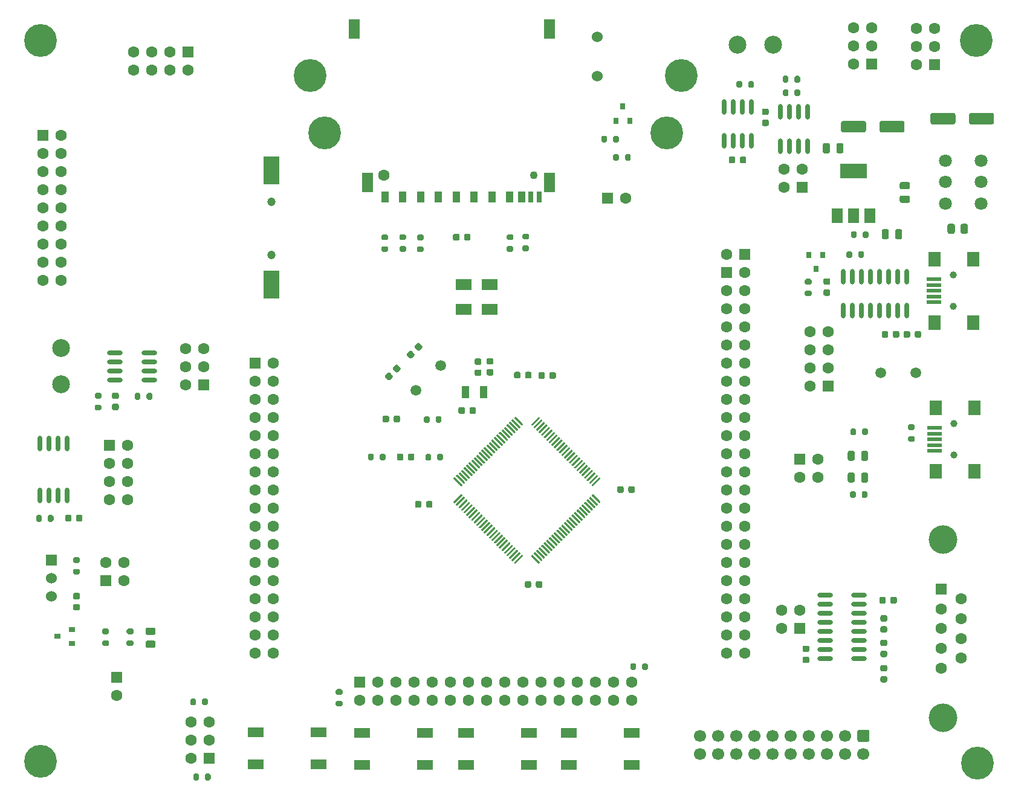
<source format=gbr>
%TF.GenerationSoftware,KiCad,Pcbnew,(5.1.10-1-10_14)*%
%TF.CreationDate,2021-07-27T16:47:55+08:00*%
%TF.ProjectId,mySTM32,6d795354-4d33-4322-9e6b-696361645f70,rev?*%
%TF.SameCoordinates,Original*%
%TF.FileFunction,Soldermask,Top*%
%TF.FilePolarity,Negative*%
%FSLAX46Y46*%
G04 Gerber Fmt 4.6, Leading zero omitted, Abs format (unit mm)*
G04 Created by KiCad (PCBNEW (5.1.10-1-10_14)) date 2021-07-27 16:47:55*
%MOMM*%
%LPD*%
G01*
G04 APERTURE LIST*
%ADD10R,3.800000X2.000000*%
%ADD11R,1.500000X2.000000*%
%ADD12R,2.200000X1.400000*%
%ADD13C,1.600000*%
%ADD14R,1.600000X1.600000*%
%ADD15C,1.200000*%
%ADD16R,2.300000X4.000000*%
%ADD17C,1.524000*%
%ADD18O,0.650000X2.200000*%
%ADD19R,1.000000X1.800000*%
%ADD20C,4.600000*%
%ADD21R,2.200000X1.500000*%
%ADD22C,1.500000*%
%ADD23O,2.200000X0.650000*%
%ADD24R,0.700000X1.600000*%
%ADD25R,1.000000X1.600000*%
%ADD26C,1.100000*%
%ADD27R,1.500000X2.800000*%
%ADD28C,1.800000*%
%ADD29R,0.800000X0.900000*%
%ADD30R,0.900000X0.800000*%
%ADD31C,1.700000*%
%ADD32C,1.000000*%
%ADD33R,1.700000X2.000000*%
%ADD34R,2.000000X0.500000*%
%ADD35C,4.000000*%
%ADD36C,2.500000*%
%ADD37R,1.524000X1.524000*%
G04 APERTURE END LIST*
D10*
%TO.C,U7*%
X147320000Y-51764800D03*
D11*
X147320000Y-58064800D03*
X149620000Y-58064800D03*
X145020000Y-58064800D03*
%TD*%
D12*
%TO.C,SW2*%
X78467500Y-130490400D03*
X87267500Y-130490400D03*
X87267500Y-134990400D03*
X78467500Y-134990400D03*
%TD*%
%TO.C,U9*%
G36*
G01*
X99796878Y-86337663D02*
X99902944Y-86231597D01*
G75*
G02*
X100009010Y-86231597I53033J-53033D01*
G01*
X101034314Y-87256901D01*
G75*
G02*
X101034314Y-87362967I-53033J-53033D01*
G01*
X100928248Y-87469033D01*
G75*
G02*
X100822182Y-87469033I-53033J53033D01*
G01*
X99796878Y-86443729D01*
G75*
G02*
X99796878Y-86337663I53033J53033D01*
G01*
G37*
G36*
G01*
X99443325Y-86691216D02*
X99549391Y-86585150D01*
G75*
G02*
X99655457Y-86585150I53033J-53033D01*
G01*
X100680761Y-87610454D01*
G75*
G02*
X100680761Y-87716520I-53033J-53033D01*
G01*
X100574695Y-87822586D01*
G75*
G02*
X100468629Y-87822586I-53033J53033D01*
G01*
X99443325Y-86797282D01*
G75*
G02*
X99443325Y-86691216I53033J53033D01*
G01*
G37*
G36*
G01*
X99089771Y-87044770D02*
X99195837Y-86938704D01*
G75*
G02*
X99301903Y-86938704I53033J-53033D01*
G01*
X100327207Y-87964008D01*
G75*
G02*
X100327207Y-88070074I-53033J-53033D01*
G01*
X100221141Y-88176140D01*
G75*
G02*
X100115075Y-88176140I-53033J53033D01*
G01*
X99089771Y-87150836D01*
G75*
G02*
X99089771Y-87044770I53033J53033D01*
G01*
G37*
G36*
G01*
X98736218Y-87398323D02*
X98842284Y-87292257D01*
G75*
G02*
X98948350Y-87292257I53033J-53033D01*
G01*
X99973654Y-88317561D01*
G75*
G02*
X99973654Y-88423627I-53033J-53033D01*
G01*
X99867588Y-88529693D01*
G75*
G02*
X99761522Y-88529693I-53033J53033D01*
G01*
X98736218Y-87504389D01*
G75*
G02*
X98736218Y-87398323I53033J53033D01*
G01*
G37*
G36*
G01*
X98382665Y-87751876D02*
X98488731Y-87645810D01*
G75*
G02*
X98594797Y-87645810I53033J-53033D01*
G01*
X99620101Y-88671114D01*
G75*
G02*
X99620101Y-88777180I-53033J-53033D01*
G01*
X99514035Y-88883246D01*
G75*
G02*
X99407969Y-88883246I-53033J53033D01*
G01*
X98382665Y-87857942D01*
G75*
G02*
X98382665Y-87751876I53033J53033D01*
G01*
G37*
G36*
G01*
X98029111Y-88105430D02*
X98135177Y-87999364D01*
G75*
G02*
X98241243Y-87999364I53033J-53033D01*
G01*
X99266547Y-89024668D01*
G75*
G02*
X99266547Y-89130734I-53033J-53033D01*
G01*
X99160481Y-89236800D01*
G75*
G02*
X99054415Y-89236800I-53033J53033D01*
G01*
X98029111Y-88211496D01*
G75*
G02*
X98029111Y-88105430I53033J53033D01*
G01*
G37*
G36*
G01*
X97675558Y-88458983D02*
X97781624Y-88352917D01*
G75*
G02*
X97887690Y-88352917I53033J-53033D01*
G01*
X98912994Y-89378221D01*
G75*
G02*
X98912994Y-89484287I-53033J-53033D01*
G01*
X98806928Y-89590353D01*
G75*
G02*
X98700862Y-89590353I-53033J53033D01*
G01*
X97675558Y-88565049D01*
G75*
G02*
X97675558Y-88458983I53033J53033D01*
G01*
G37*
G36*
G01*
X97322004Y-88812537D02*
X97428070Y-88706471D01*
G75*
G02*
X97534136Y-88706471I53033J-53033D01*
G01*
X98559440Y-89731775D01*
G75*
G02*
X98559440Y-89837841I-53033J-53033D01*
G01*
X98453374Y-89943907D01*
G75*
G02*
X98347308Y-89943907I-53033J53033D01*
G01*
X97322004Y-88918603D01*
G75*
G02*
X97322004Y-88812537I53033J53033D01*
G01*
G37*
G36*
G01*
X96968451Y-89166090D02*
X97074517Y-89060024D01*
G75*
G02*
X97180583Y-89060024I53033J-53033D01*
G01*
X98205887Y-90085328D01*
G75*
G02*
X98205887Y-90191394I-53033J-53033D01*
G01*
X98099821Y-90297460D01*
G75*
G02*
X97993755Y-90297460I-53033J53033D01*
G01*
X96968451Y-89272156D01*
G75*
G02*
X96968451Y-89166090I53033J53033D01*
G01*
G37*
G36*
G01*
X96614898Y-89519643D02*
X96720964Y-89413577D01*
G75*
G02*
X96827030Y-89413577I53033J-53033D01*
G01*
X97852334Y-90438881D01*
G75*
G02*
X97852334Y-90544947I-53033J-53033D01*
G01*
X97746268Y-90651013D01*
G75*
G02*
X97640202Y-90651013I-53033J53033D01*
G01*
X96614898Y-89625709D01*
G75*
G02*
X96614898Y-89519643I53033J53033D01*
G01*
G37*
G36*
G01*
X96261344Y-89873197D02*
X96367410Y-89767131D01*
G75*
G02*
X96473476Y-89767131I53033J-53033D01*
G01*
X97498780Y-90792435D01*
G75*
G02*
X97498780Y-90898501I-53033J-53033D01*
G01*
X97392714Y-91004567D01*
G75*
G02*
X97286648Y-91004567I-53033J53033D01*
G01*
X96261344Y-89979263D01*
G75*
G02*
X96261344Y-89873197I53033J53033D01*
G01*
G37*
G36*
G01*
X95907791Y-90226750D02*
X96013857Y-90120684D01*
G75*
G02*
X96119923Y-90120684I53033J-53033D01*
G01*
X97145227Y-91145988D01*
G75*
G02*
X97145227Y-91252054I-53033J-53033D01*
G01*
X97039161Y-91358120D01*
G75*
G02*
X96933095Y-91358120I-53033J53033D01*
G01*
X95907791Y-90332816D01*
G75*
G02*
X95907791Y-90226750I53033J53033D01*
G01*
G37*
G36*
G01*
X95554237Y-90580303D02*
X95660303Y-90474237D01*
G75*
G02*
X95766369Y-90474237I53033J-53033D01*
G01*
X96791673Y-91499541D01*
G75*
G02*
X96791673Y-91605607I-53033J-53033D01*
G01*
X96685607Y-91711673D01*
G75*
G02*
X96579541Y-91711673I-53033J53033D01*
G01*
X95554237Y-90686369D01*
G75*
G02*
X95554237Y-90580303I53033J53033D01*
G01*
G37*
G36*
G01*
X95200684Y-90933857D02*
X95306750Y-90827791D01*
G75*
G02*
X95412816Y-90827791I53033J-53033D01*
G01*
X96438120Y-91853095D01*
G75*
G02*
X96438120Y-91959161I-53033J-53033D01*
G01*
X96332054Y-92065227D01*
G75*
G02*
X96225988Y-92065227I-53033J53033D01*
G01*
X95200684Y-91039923D01*
G75*
G02*
X95200684Y-90933857I53033J53033D01*
G01*
G37*
G36*
G01*
X94847131Y-91287410D02*
X94953197Y-91181344D01*
G75*
G02*
X95059263Y-91181344I53033J-53033D01*
G01*
X96084567Y-92206648D01*
G75*
G02*
X96084567Y-92312714I-53033J-53033D01*
G01*
X95978501Y-92418780D01*
G75*
G02*
X95872435Y-92418780I-53033J53033D01*
G01*
X94847131Y-91393476D01*
G75*
G02*
X94847131Y-91287410I53033J53033D01*
G01*
G37*
G36*
G01*
X94493577Y-91640964D02*
X94599643Y-91534898D01*
G75*
G02*
X94705709Y-91534898I53033J-53033D01*
G01*
X95731013Y-92560202D01*
G75*
G02*
X95731013Y-92666268I-53033J-53033D01*
G01*
X95624947Y-92772334D01*
G75*
G02*
X95518881Y-92772334I-53033J53033D01*
G01*
X94493577Y-91747030D01*
G75*
G02*
X94493577Y-91640964I53033J53033D01*
G01*
G37*
G36*
G01*
X94140024Y-91994517D02*
X94246090Y-91888451D01*
G75*
G02*
X94352156Y-91888451I53033J-53033D01*
G01*
X95377460Y-92913755D01*
G75*
G02*
X95377460Y-93019821I-53033J-53033D01*
G01*
X95271394Y-93125887D01*
G75*
G02*
X95165328Y-93125887I-53033J53033D01*
G01*
X94140024Y-92100583D01*
G75*
G02*
X94140024Y-91994517I53033J53033D01*
G01*
G37*
G36*
G01*
X93786471Y-92348070D02*
X93892537Y-92242004D01*
G75*
G02*
X93998603Y-92242004I53033J-53033D01*
G01*
X95023907Y-93267308D01*
G75*
G02*
X95023907Y-93373374I-53033J-53033D01*
G01*
X94917841Y-93479440D01*
G75*
G02*
X94811775Y-93479440I-53033J53033D01*
G01*
X93786471Y-92454136D01*
G75*
G02*
X93786471Y-92348070I53033J53033D01*
G01*
G37*
G36*
G01*
X93432917Y-92701624D02*
X93538983Y-92595558D01*
G75*
G02*
X93645049Y-92595558I53033J-53033D01*
G01*
X94670353Y-93620862D01*
G75*
G02*
X94670353Y-93726928I-53033J-53033D01*
G01*
X94564287Y-93832994D01*
G75*
G02*
X94458221Y-93832994I-53033J53033D01*
G01*
X93432917Y-92807690D01*
G75*
G02*
X93432917Y-92701624I53033J53033D01*
G01*
G37*
G36*
G01*
X93079364Y-93055177D02*
X93185430Y-92949111D01*
G75*
G02*
X93291496Y-92949111I53033J-53033D01*
G01*
X94316800Y-93974415D01*
G75*
G02*
X94316800Y-94080481I-53033J-53033D01*
G01*
X94210734Y-94186547D01*
G75*
G02*
X94104668Y-94186547I-53033J53033D01*
G01*
X93079364Y-93161243D01*
G75*
G02*
X93079364Y-93055177I53033J53033D01*
G01*
G37*
G36*
G01*
X92725810Y-93408731D02*
X92831876Y-93302665D01*
G75*
G02*
X92937942Y-93302665I53033J-53033D01*
G01*
X93963246Y-94327969D01*
G75*
G02*
X93963246Y-94434035I-53033J-53033D01*
G01*
X93857180Y-94540101D01*
G75*
G02*
X93751114Y-94540101I-53033J53033D01*
G01*
X92725810Y-93514797D01*
G75*
G02*
X92725810Y-93408731I53033J53033D01*
G01*
G37*
G36*
G01*
X92372257Y-93762284D02*
X92478323Y-93656218D01*
G75*
G02*
X92584389Y-93656218I53033J-53033D01*
G01*
X93609693Y-94681522D01*
G75*
G02*
X93609693Y-94787588I-53033J-53033D01*
G01*
X93503627Y-94893654D01*
G75*
G02*
X93397561Y-94893654I-53033J53033D01*
G01*
X92372257Y-93868350D01*
G75*
G02*
X92372257Y-93762284I53033J53033D01*
G01*
G37*
G36*
G01*
X92018704Y-94115837D02*
X92124770Y-94009771D01*
G75*
G02*
X92230836Y-94009771I53033J-53033D01*
G01*
X93256140Y-95035075D01*
G75*
G02*
X93256140Y-95141141I-53033J-53033D01*
G01*
X93150074Y-95247207D01*
G75*
G02*
X93044008Y-95247207I-53033J53033D01*
G01*
X92018704Y-94221903D01*
G75*
G02*
X92018704Y-94115837I53033J53033D01*
G01*
G37*
G36*
G01*
X91665150Y-94469391D02*
X91771216Y-94363325D01*
G75*
G02*
X91877282Y-94363325I53033J-53033D01*
G01*
X92902586Y-95388629D01*
G75*
G02*
X92902586Y-95494695I-53033J-53033D01*
G01*
X92796520Y-95600761D01*
G75*
G02*
X92690454Y-95600761I-53033J53033D01*
G01*
X91665150Y-94575457D01*
G75*
G02*
X91665150Y-94469391I53033J53033D01*
G01*
G37*
G36*
G01*
X91311597Y-94822944D02*
X91417663Y-94716878D01*
G75*
G02*
X91523729Y-94716878I53033J-53033D01*
G01*
X92549033Y-95742182D01*
G75*
G02*
X92549033Y-95848248I-53033J-53033D01*
G01*
X92442967Y-95954314D01*
G75*
G02*
X92336901Y-95954314I-53033J53033D01*
G01*
X91311597Y-94929010D01*
G75*
G02*
X91311597Y-94822944I53033J53033D01*
G01*
G37*
G36*
G01*
X91311597Y-98110990D02*
X92336901Y-97085686D01*
G75*
G02*
X92442967Y-97085686I53033J-53033D01*
G01*
X92549033Y-97191752D01*
G75*
G02*
X92549033Y-97297818I-53033J-53033D01*
G01*
X91523729Y-98323122D01*
G75*
G02*
X91417663Y-98323122I-53033J53033D01*
G01*
X91311597Y-98217056D01*
G75*
G02*
X91311597Y-98110990I53033J53033D01*
G01*
G37*
G36*
G01*
X91665150Y-98464543D02*
X92690454Y-97439239D01*
G75*
G02*
X92796520Y-97439239I53033J-53033D01*
G01*
X92902586Y-97545305D01*
G75*
G02*
X92902586Y-97651371I-53033J-53033D01*
G01*
X91877282Y-98676675D01*
G75*
G02*
X91771216Y-98676675I-53033J53033D01*
G01*
X91665150Y-98570609D01*
G75*
G02*
X91665150Y-98464543I53033J53033D01*
G01*
G37*
G36*
G01*
X92018704Y-98818097D02*
X93044008Y-97792793D01*
G75*
G02*
X93150074Y-97792793I53033J-53033D01*
G01*
X93256140Y-97898859D01*
G75*
G02*
X93256140Y-98004925I-53033J-53033D01*
G01*
X92230836Y-99030229D01*
G75*
G02*
X92124770Y-99030229I-53033J53033D01*
G01*
X92018704Y-98924163D01*
G75*
G02*
X92018704Y-98818097I53033J53033D01*
G01*
G37*
G36*
G01*
X92372257Y-99171650D02*
X93397561Y-98146346D01*
G75*
G02*
X93503627Y-98146346I53033J-53033D01*
G01*
X93609693Y-98252412D01*
G75*
G02*
X93609693Y-98358478I-53033J-53033D01*
G01*
X92584389Y-99383782D01*
G75*
G02*
X92478323Y-99383782I-53033J53033D01*
G01*
X92372257Y-99277716D01*
G75*
G02*
X92372257Y-99171650I53033J53033D01*
G01*
G37*
G36*
G01*
X92725810Y-99525203D02*
X93751114Y-98499899D01*
G75*
G02*
X93857180Y-98499899I53033J-53033D01*
G01*
X93963246Y-98605965D01*
G75*
G02*
X93963246Y-98712031I-53033J-53033D01*
G01*
X92937942Y-99737335D01*
G75*
G02*
X92831876Y-99737335I-53033J53033D01*
G01*
X92725810Y-99631269D01*
G75*
G02*
X92725810Y-99525203I53033J53033D01*
G01*
G37*
G36*
G01*
X93079364Y-99878757D02*
X94104668Y-98853453D01*
G75*
G02*
X94210734Y-98853453I53033J-53033D01*
G01*
X94316800Y-98959519D01*
G75*
G02*
X94316800Y-99065585I-53033J-53033D01*
G01*
X93291496Y-100090889D01*
G75*
G02*
X93185430Y-100090889I-53033J53033D01*
G01*
X93079364Y-99984823D01*
G75*
G02*
X93079364Y-99878757I53033J53033D01*
G01*
G37*
G36*
G01*
X93432917Y-100232310D02*
X94458221Y-99207006D01*
G75*
G02*
X94564287Y-99207006I53033J-53033D01*
G01*
X94670353Y-99313072D01*
G75*
G02*
X94670353Y-99419138I-53033J-53033D01*
G01*
X93645049Y-100444442D01*
G75*
G02*
X93538983Y-100444442I-53033J53033D01*
G01*
X93432917Y-100338376D01*
G75*
G02*
X93432917Y-100232310I53033J53033D01*
G01*
G37*
G36*
G01*
X93786471Y-100585864D02*
X94811775Y-99560560D01*
G75*
G02*
X94917841Y-99560560I53033J-53033D01*
G01*
X95023907Y-99666626D01*
G75*
G02*
X95023907Y-99772692I-53033J-53033D01*
G01*
X93998603Y-100797996D01*
G75*
G02*
X93892537Y-100797996I-53033J53033D01*
G01*
X93786471Y-100691930D01*
G75*
G02*
X93786471Y-100585864I53033J53033D01*
G01*
G37*
G36*
G01*
X94140024Y-100939417D02*
X95165328Y-99914113D01*
G75*
G02*
X95271394Y-99914113I53033J-53033D01*
G01*
X95377460Y-100020179D01*
G75*
G02*
X95377460Y-100126245I-53033J-53033D01*
G01*
X94352156Y-101151549D01*
G75*
G02*
X94246090Y-101151549I-53033J53033D01*
G01*
X94140024Y-101045483D01*
G75*
G02*
X94140024Y-100939417I53033J53033D01*
G01*
G37*
G36*
G01*
X94493577Y-101292970D02*
X95518881Y-100267666D01*
G75*
G02*
X95624947Y-100267666I53033J-53033D01*
G01*
X95731013Y-100373732D01*
G75*
G02*
X95731013Y-100479798I-53033J-53033D01*
G01*
X94705709Y-101505102D01*
G75*
G02*
X94599643Y-101505102I-53033J53033D01*
G01*
X94493577Y-101399036D01*
G75*
G02*
X94493577Y-101292970I53033J53033D01*
G01*
G37*
G36*
G01*
X94847131Y-101646524D02*
X95872435Y-100621220D01*
G75*
G02*
X95978501Y-100621220I53033J-53033D01*
G01*
X96084567Y-100727286D01*
G75*
G02*
X96084567Y-100833352I-53033J-53033D01*
G01*
X95059263Y-101858656D01*
G75*
G02*
X94953197Y-101858656I-53033J53033D01*
G01*
X94847131Y-101752590D01*
G75*
G02*
X94847131Y-101646524I53033J53033D01*
G01*
G37*
G36*
G01*
X95200684Y-102000077D02*
X96225988Y-100974773D01*
G75*
G02*
X96332054Y-100974773I53033J-53033D01*
G01*
X96438120Y-101080839D01*
G75*
G02*
X96438120Y-101186905I-53033J-53033D01*
G01*
X95412816Y-102212209D01*
G75*
G02*
X95306750Y-102212209I-53033J53033D01*
G01*
X95200684Y-102106143D01*
G75*
G02*
X95200684Y-102000077I53033J53033D01*
G01*
G37*
G36*
G01*
X95554237Y-102353631D02*
X96579541Y-101328327D01*
G75*
G02*
X96685607Y-101328327I53033J-53033D01*
G01*
X96791673Y-101434393D01*
G75*
G02*
X96791673Y-101540459I-53033J-53033D01*
G01*
X95766369Y-102565763D01*
G75*
G02*
X95660303Y-102565763I-53033J53033D01*
G01*
X95554237Y-102459697D01*
G75*
G02*
X95554237Y-102353631I53033J53033D01*
G01*
G37*
G36*
G01*
X95907791Y-102707184D02*
X96933095Y-101681880D01*
G75*
G02*
X97039161Y-101681880I53033J-53033D01*
G01*
X97145227Y-101787946D01*
G75*
G02*
X97145227Y-101894012I-53033J-53033D01*
G01*
X96119923Y-102919316D01*
G75*
G02*
X96013857Y-102919316I-53033J53033D01*
G01*
X95907791Y-102813250D01*
G75*
G02*
X95907791Y-102707184I53033J53033D01*
G01*
G37*
G36*
G01*
X96261344Y-103060737D02*
X97286648Y-102035433D01*
G75*
G02*
X97392714Y-102035433I53033J-53033D01*
G01*
X97498780Y-102141499D01*
G75*
G02*
X97498780Y-102247565I-53033J-53033D01*
G01*
X96473476Y-103272869D01*
G75*
G02*
X96367410Y-103272869I-53033J53033D01*
G01*
X96261344Y-103166803D01*
G75*
G02*
X96261344Y-103060737I53033J53033D01*
G01*
G37*
G36*
G01*
X96614898Y-103414291D02*
X97640202Y-102388987D01*
G75*
G02*
X97746268Y-102388987I53033J-53033D01*
G01*
X97852334Y-102495053D01*
G75*
G02*
X97852334Y-102601119I-53033J-53033D01*
G01*
X96827030Y-103626423D01*
G75*
G02*
X96720964Y-103626423I-53033J53033D01*
G01*
X96614898Y-103520357D01*
G75*
G02*
X96614898Y-103414291I53033J53033D01*
G01*
G37*
G36*
G01*
X96968451Y-103767844D02*
X97993755Y-102742540D01*
G75*
G02*
X98099821Y-102742540I53033J-53033D01*
G01*
X98205887Y-102848606D01*
G75*
G02*
X98205887Y-102954672I-53033J-53033D01*
G01*
X97180583Y-103979976D01*
G75*
G02*
X97074517Y-103979976I-53033J53033D01*
G01*
X96968451Y-103873910D01*
G75*
G02*
X96968451Y-103767844I53033J53033D01*
G01*
G37*
G36*
G01*
X97322004Y-104121397D02*
X98347308Y-103096093D01*
G75*
G02*
X98453374Y-103096093I53033J-53033D01*
G01*
X98559440Y-103202159D01*
G75*
G02*
X98559440Y-103308225I-53033J-53033D01*
G01*
X97534136Y-104333529D01*
G75*
G02*
X97428070Y-104333529I-53033J53033D01*
G01*
X97322004Y-104227463D01*
G75*
G02*
X97322004Y-104121397I53033J53033D01*
G01*
G37*
G36*
G01*
X97675558Y-104474951D02*
X98700862Y-103449647D01*
G75*
G02*
X98806928Y-103449647I53033J-53033D01*
G01*
X98912994Y-103555713D01*
G75*
G02*
X98912994Y-103661779I-53033J-53033D01*
G01*
X97887690Y-104687083D01*
G75*
G02*
X97781624Y-104687083I-53033J53033D01*
G01*
X97675558Y-104581017D01*
G75*
G02*
X97675558Y-104474951I53033J53033D01*
G01*
G37*
G36*
G01*
X98029111Y-104828504D02*
X99054415Y-103803200D01*
G75*
G02*
X99160481Y-103803200I53033J-53033D01*
G01*
X99266547Y-103909266D01*
G75*
G02*
X99266547Y-104015332I-53033J-53033D01*
G01*
X98241243Y-105040636D01*
G75*
G02*
X98135177Y-105040636I-53033J53033D01*
G01*
X98029111Y-104934570D01*
G75*
G02*
X98029111Y-104828504I53033J53033D01*
G01*
G37*
G36*
G01*
X98382665Y-105182058D02*
X99407969Y-104156754D01*
G75*
G02*
X99514035Y-104156754I53033J-53033D01*
G01*
X99620101Y-104262820D01*
G75*
G02*
X99620101Y-104368886I-53033J-53033D01*
G01*
X98594797Y-105394190D01*
G75*
G02*
X98488731Y-105394190I-53033J53033D01*
G01*
X98382665Y-105288124D01*
G75*
G02*
X98382665Y-105182058I53033J53033D01*
G01*
G37*
G36*
G01*
X98736218Y-105535611D02*
X99761522Y-104510307D01*
G75*
G02*
X99867588Y-104510307I53033J-53033D01*
G01*
X99973654Y-104616373D01*
G75*
G02*
X99973654Y-104722439I-53033J-53033D01*
G01*
X98948350Y-105747743D01*
G75*
G02*
X98842284Y-105747743I-53033J53033D01*
G01*
X98736218Y-105641677D01*
G75*
G02*
X98736218Y-105535611I53033J53033D01*
G01*
G37*
G36*
G01*
X99089771Y-105889164D02*
X100115075Y-104863860D01*
G75*
G02*
X100221141Y-104863860I53033J-53033D01*
G01*
X100327207Y-104969926D01*
G75*
G02*
X100327207Y-105075992I-53033J-53033D01*
G01*
X99301903Y-106101296D01*
G75*
G02*
X99195837Y-106101296I-53033J53033D01*
G01*
X99089771Y-105995230D01*
G75*
G02*
X99089771Y-105889164I53033J53033D01*
G01*
G37*
G36*
G01*
X99443325Y-106242718D02*
X100468629Y-105217414D01*
G75*
G02*
X100574695Y-105217414I53033J-53033D01*
G01*
X100680761Y-105323480D01*
G75*
G02*
X100680761Y-105429546I-53033J-53033D01*
G01*
X99655457Y-106454850D01*
G75*
G02*
X99549391Y-106454850I-53033J53033D01*
G01*
X99443325Y-106348784D01*
G75*
G02*
X99443325Y-106242718I53033J53033D01*
G01*
G37*
G36*
G01*
X99796878Y-106596271D02*
X100822182Y-105570967D01*
G75*
G02*
X100928248Y-105570967I53033J-53033D01*
G01*
X101034314Y-105677033D01*
G75*
G02*
X101034314Y-105783099I-53033J-53033D01*
G01*
X100009010Y-106808403D01*
G75*
G02*
X99902944Y-106808403I-53033J53033D01*
G01*
X99796878Y-106702337D01*
G75*
G02*
X99796878Y-106596271I53033J53033D01*
G01*
G37*
G36*
G01*
X102165686Y-105677033D02*
X102271752Y-105570967D01*
G75*
G02*
X102377818Y-105570967I53033J-53033D01*
G01*
X103403122Y-106596271D01*
G75*
G02*
X103403122Y-106702337I-53033J-53033D01*
G01*
X103297056Y-106808403D01*
G75*
G02*
X103190990Y-106808403I-53033J53033D01*
G01*
X102165686Y-105783099D01*
G75*
G02*
X102165686Y-105677033I53033J53033D01*
G01*
G37*
G36*
G01*
X102519239Y-105323480D02*
X102625305Y-105217414D01*
G75*
G02*
X102731371Y-105217414I53033J-53033D01*
G01*
X103756675Y-106242718D01*
G75*
G02*
X103756675Y-106348784I-53033J-53033D01*
G01*
X103650609Y-106454850D01*
G75*
G02*
X103544543Y-106454850I-53033J53033D01*
G01*
X102519239Y-105429546D01*
G75*
G02*
X102519239Y-105323480I53033J53033D01*
G01*
G37*
G36*
G01*
X102872793Y-104969926D02*
X102978859Y-104863860D01*
G75*
G02*
X103084925Y-104863860I53033J-53033D01*
G01*
X104110229Y-105889164D01*
G75*
G02*
X104110229Y-105995230I-53033J-53033D01*
G01*
X104004163Y-106101296D01*
G75*
G02*
X103898097Y-106101296I-53033J53033D01*
G01*
X102872793Y-105075992D01*
G75*
G02*
X102872793Y-104969926I53033J53033D01*
G01*
G37*
G36*
G01*
X103226346Y-104616373D02*
X103332412Y-104510307D01*
G75*
G02*
X103438478Y-104510307I53033J-53033D01*
G01*
X104463782Y-105535611D01*
G75*
G02*
X104463782Y-105641677I-53033J-53033D01*
G01*
X104357716Y-105747743D01*
G75*
G02*
X104251650Y-105747743I-53033J53033D01*
G01*
X103226346Y-104722439D01*
G75*
G02*
X103226346Y-104616373I53033J53033D01*
G01*
G37*
G36*
G01*
X103579899Y-104262820D02*
X103685965Y-104156754D01*
G75*
G02*
X103792031Y-104156754I53033J-53033D01*
G01*
X104817335Y-105182058D01*
G75*
G02*
X104817335Y-105288124I-53033J-53033D01*
G01*
X104711269Y-105394190D01*
G75*
G02*
X104605203Y-105394190I-53033J53033D01*
G01*
X103579899Y-104368886D01*
G75*
G02*
X103579899Y-104262820I53033J53033D01*
G01*
G37*
G36*
G01*
X103933453Y-103909266D02*
X104039519Y-103803200D01*
G75*
G02*
X104145585Y-103803200I53033J-53033D01*
G01*
X105170889Y-104828504D01*
G75*
G02*
X105170889Y-104934570I-53033J-53033D01*
G01*
X105064823Y-105040636D01*
G75*
G02*
X104958757Y-105040636I-53033J53033D01*
G01*
X103933453Y-104015332D01*
G75*
G02*
X103933453Y-103909266I53033J53033D01*
G01*
G37*
G36*
G01*
X104287006Y-103555713D02*
X104393072Y-103449647D01*
G75*
G02*
X104499138Y-103449647I53033J-53033D01*
G01*
X105524442Y-104474951D01*
G75*
G02*
X105524442Y-104581017I-53033J-53033D01*
G01*
X105418376Y-104687083D01*
G75*
G02*
X105312310Y-104687083I-53033J53033D01*
G01*
X104287006Y-103661779D01*
G75*
G02*
X104287006Y-103555713I53033J53033D01*
G01*
G37*
G36*
G01*
X104640560Y-103202159D02*
X104746626Y-103096093D01*
G75*
G02*
X104852692Y-103096093I53033J-53033D01*
G01*
X105877996Y-104121397D01*
G75*
G02*
X105877996Y-104227463I-53033J-53033D01*
G01*
X105771930Y-104333529D01*
G75*
G02*
X105665864Y-104333529I-53033J53033D01*
G01*
X104640560Y-103308225D01*
G75*
G02*
X104640560Y-103202159I53033J53033D01*
G01*
G37*
G36*
G01*
X104994113Y-102848606D02*
X105100179Y-102742540D01*
G75*
G02*
X105206245Y-102742540I53033J-53033D01*
G01*
X106231549Y-103767844D01*
G75*
G02*
X106231549Y-103873910I-53033J-53033D01*
G01*
X106125483Y-103979976D01*
G75*
G02*
X106019417Y-103979976I-53033J53033D01*
G01*
X104994113Y-102954672D01*
G75*
G02*
X104994113Y-102848606I53033J53033D01*
G01*
G37*
G36*
G01*
X105347666Y-102495053D02*
X105453732Y-102388987D01*
G75*
G02*
X105559798Y-102388987I53033J-53033D01*
G01*
X106585102Y-103414291D01*
G75*
G02*
X106585102Y-103520357I-53033J-53033D01*
G01*
X106479036Y-103626423D01*
G75*
G02*
X106372970Y-103626423I-53033J53033D01*
G01*
X105347666Y-102601119D01*
G75*
G02*
X105347666Y-102495053I53033J53033D01*
G01*
G37*
G36*
G01*
X105701220Y-102141499D02*
X105807286Y-102035433D01*
G75*
G02*
X105913352Y-102035433I53033J-53033D01*
G01*
X106938656Y-103060737D01*
G75*
G02*
X106938656Y-103166803I-53033J-53033D01*
G01*
X106832590Y-103272869D01*
G75*
G02*
X106726524Y-103272869I-53033J53033D01*
G01*
X105701220Y-102247565D01*
G75*
G02*
X105701220Y-102141499I53033J53033D01*
G01*
G37*
G36*
G01*
X106054773Y-101787946D02*
X106160839Y-101681880D01*
G75*
G02*
X106266905Y-101681880I53033J-53033D01*
G01*
X107292209Y-102707184D01*
G75*
G02*
X107292209Y-102813250I-53033J-53033D01*
G01*
X107186143Y-102919316D01*
G75*
G02*
X107080077Y-102919316I-53033J53033D01*
G01*
X106054773Y-101894012D01*
G75*
G02*
X106054773Y-101787946I53033J53033D01*
G01*
G37*
G36*
G01*
X106408327Y-101434393D02*
X106514393Y-101328327D01*
G75*
G02*
X106620459Y-101328327I53033J-53033D01*
G01*
X107645763Y-102353631D01*
G75*
G02*
X107645763Y-102459697I-53033J-53033D01*
G01*
X107539697Y-102565763D01*
G75*
G02*
X107433631Y-102565763I-53033J53033D01*
G01*
X106408327Y-101540459D01*
G75*
G02*
X106408327Y-101434393I53033J53033D01*
G01*
G37*
G36*
G01*
X106761880Y-101080839D02*
X106867946Y-100974773D01*
G75*
G02*
X106974012Y-100974773I53033J-53033D01*
G01*
X107999316Y-102000077D01*
G75*
G02*
X107999316Y-102106143I-53033J-53033D01*
G01*
X107893250Y-102212209D01*
G75*
G02*
X107787184Y-102212209I-53033J53033D01*
G01*
X106761880Y-101186905D01*
G75*
G02*
X106761880Y-101080839I53033J53033D01*
G01*
G37*
G36*
G01*
X107115433Y-100727286D02*
X107221499Y-100621220D01*
G75*
G02*
X107327565Y-100621220I53033J-53033D01*
G01*
X108352869Y-101646524D01*
G75*
G02*
X108352869Y-101752590I-53033J-53033D01*
G01*
X108246803Y-101858656D01*
G75*
G02*
X108140737Y-101858656I-53033J53033D01*
G01*
X107115433Y-100833352D01*
G75*
G02*
X107115433Y-100727286I53033J53033D01*
G01*
G37*
G36*
G01*
X107468987Y-100373732D02*
X107575053Y-100267666D01*
G75*
G02*
X107681119Y-100267666I53033J-53033D01*
G01*
X108706423Y-101292970D01*
G75*
G02*
X108706423Y-101399036I-53033J-53033D01*
G01*
X108600357Y-101505102D01*
G75*
G02*
X108494291Y-101505102I-53033J53033D01*
G01*
X107468987Y-100479798D01*
G75*
G02*
X107468987Y-100373732I53033J53033D01*
G01*
G37*
G36*
G01*
X107822540Y-100020179D02*
X107928606Y-99914113D01*
G75*
G02*
X108034672Y-99914113I53033J-53033D01*
G01*
X109059976Y-100939417D01*
G75*
G02*
X109059976Y-101045483I-53033J-53033D01*
G01*
X108953910Y-101151549D01*
G75*
G02*
X108847844Y-101151549I-53033J53033D01*
G01*
X107822540Y-100126245D01*
G75*
G02*
X107822540Y-100020179I53033J53033D01*
G01*
G37*
G36*
G01*
X108176093Y-99666626D02*
X108282159Y-99560560D01*
G75*
G02*
X108388225Y-99560560I53033J-53033D01*
G01*
X109413529Y-100585864D01*
G75*
G02*
X109413529Y-100691930I-53033J-53033D01*
G01*
X109307463Y-100797996D01*
G75*
G02*
X109201397Y-100797996I-53033J53033D01*
G01*
X108176093Y-99772692D01*
G75*
G02*
X108176093Y-99666626I53033J53033D01*
G01*
G37*
G36*
G01*
X108529647Y-99313072D02*
X108635713Y-99207006D01*
G75*
G02*
X108741779Y-99207006I53033J-53033D01*
G01*
X109767083Y-100232310D01*
G75*
G02*
X109767083Y-100338376I-53033J-53033D01*
G01*
X109661017Y-100444442D01*
G75*
G02*
X109554951Y-100444442I-53033J53033D01*
G01*
X108529647Y-99419138D01*
G75*
G02*
X108529647Y-99313072I53033J53033D01*
G01*
G37*
G36*
G01*
X108883200Y-98959519D02*
X108989266Y-98853453D01*
G75*
G02*
X109095332Y-98853453I53033J-53033D01*
G01*
X110120636Y-99878757D01*
G75*
G02*
X110120636Y-99984823I-53033J-53033D01*
G01*
X110014570Y-100090889D01*
G75*
G02*
X109908504Y-100090889I-53033J53033D01*
G01*
X108883200Y-99065585D01*
G75*
G02*
X108883200Y-98959519I53033J53033D01*
G01*
G37*
G36*
G01*
X109236754Y-98605965D02*
X109342820Y-98499899D01*
G75*
G02*
X109448886Y-98499899I53033J-53033D01*
G01*
X110474190Y-99525203D01*
G75*
G02*
X110474190Y-99631269I-53033J-53033D01*
G01*
X110368124Y-99737335D01*
G75*
G02*
X110262058Y-99737335I-53033J53033D01*
G01*
X109236754Y-98712031D01*
G75*
G02*
X109236754Y-98605965I53033J53033D01*
G01*
G37*
G36*
G01*
X109590307Y-98252412D02*
X109696373Y-98146346D01*
G75*
G02*
X109802439Y-98146346I53033J-53033D01*
G01*
X110827743Y-99171650D01*
G75*
G02*
X110827743Y-99277716I-53033J-53033D01*
G01*
X110721677Y-99383782D01*
G75*
G02*
X110615611Y-99383782I-53033J53033D01*
G01*
X109590307Y-98358478D01*
G75*
G02*
X109590307Y-98252412I53033J53033D01*
G01*
G37*
G36*
G01*
X109943860Y-97898859D02*
X110049926Y-97792793D01*
G75*
G02*
X110155992Y-97792793I53033J-53033D01*
G01*
X111181296Y-98818097D01*
G75*
G02*
X111181296Y-98924163I-53033J-53033D01*
G01*
X111075230Y-99030229D01*
G75*
G02*
X110969164Y-99030229I-53033J53033D01*
G01*
X109943860Y-98004925D01*
G75*
G02*
X109943860Y-97898859I53033J53033D01*
G01*
G37*
G36*
G01*
X110297414Y-97545305D02*
X110403480Y-97439239D01*
G75*
G02*
X110509546Y-97439239I53033J-53033D01*
G01*
X111534850Y-98464543D01*
G75*
G02*
X111534850Y-98570609I-53033J-53033D01*
G01*
X111428784Y-98676675D01*
G75*
G02*
X111322718Y-98676675I-53033J53033D01*
G01*
X110297414Y-97651371D01*
G75*
G02*
X110297414Y-97545305I53033J53033D01*
G01*
G37*
G36*
G01*
X110650967Y-97191752D02*
X110757033Y-97085686D01*
G75*
G02*
X110863099Y-97085686I53033J-53033D01*
G01*
X111888403Y-98110990D01*
G75*
G02*
X111888403Y-98217056I-53033J-53033D01*
G01*
X111782337Y-98323122D01*
G75*
G02*
X111676271Y-98323122I-53033J53033D01*
G01*
X110650967Y-97297818D01*
G75*
G02*
X110650967Y-97191752I53033J53033D01*
G01*
G37*
G36*
G01*
X110650967Y-95742182D02*
X111676271Y-94716878D01*
G75*
G02*
X111782337Y-94716878I53033J-53033D01*
G01*
X111888403Y-94822944D01*
G75*
G02*
X111888403Y-94929010I-53033J-53033D01*
G01*
X110863099Y-95954314D01*
G75*
G02*
X110757033Y-95954314I-53033J53033D01*
G01*
X110650967Y-95848248D01*
G75*
G02*
X110650967Y-95742182I53033J53033D01*
G01*
G37*
G36*
G01*
X110297414Y-95388629D02*
X111322718Y-94363325D01*
G75*
G02*
X111428784Y-94363325I53033J-53033D01*
G01*
X111534850Y-94469391D01*
G75*
G02*
X111534850Y-94575457I-53033J-53033D01*
G01*
X110509546Y-95600761D01*
G75*
G02*
X110403480Y-95600761I-53033J53033D01*
G01*
X110297414Y-95494695D01*
G75*
G02*
X110297414Y-95388629I53033J53033D01*
G01*
G37*
G36*
G01*
X109943860Y-95035075D02*
X110969164Y-94009771D01*
G75*
G02*
X111075230Y-94009771I53033J-53033D01*
G01*
X111181296Y-94115837D01*
G75*
G02*
X111181296Y-94221903I-53033J-53033D01*
G01*
X110155992Y-95247207D01*
G75*
G02*
X110049926Y-95247207I-53033J53033D01*
G01*
X109943860Y-95141141D01*
G75*
G02*
X109943860Y-95035075I53033J53033D01*
G01*
G37*
G36*
G01*
X109590307Y-94681522D02*
X110615611Y-93656218D01*
G75*
G02*
X110721677Y-93656218I53033J-53033D01*
G01*
X110827743Y-93762284D01*
G75*
G02*
X110827743Y-93868350I-53033J-53033D01*
G01*
X109802439Y-94893654D01*
G75*
G02*
X109696373Y-94893654I-53033J53033D01*
G01*
X109590307Y-94787588D01*
G75*
G02*
X109590307Y-94681522I53033J53033D01*
G01*
G37*
G36*
G01*
X109236754Y-94327969D02*
X110262058Y-93302665D01*
G75*
G02*
X110368124Y-93302665I53033J-53033D01*
G01*
X110474190Y-93408731D01*
G75*
G02*
X110474190Y-93514797I-53033J-53033D01*
G01*
X109448886Y-94540101D01*
G75*
G02*
X109342820Y-94540101I-53033J53033D01*
G01*
X109236754Y-94434035D01*
G75*
G02*
X109236754Y-94327969I53033J53033D01*
G01*
G37*
G36*
G01*
X108883200Y-93974415D02*
X109908504Y-92949111D01*
G75*
G02*
X110014570Y-92949111I53033J-53033D01*
G01*
X110120636Y-93055177D01*
G75*
G02*
X110120636Y-93161243I-53033J-53033D01*
G01*
X109095332Y-94186547D01*
G75*
G02*
X108989266Y-94186547I-53033J53033D01*
G01*
X108883200Y-94080481D01*
G75*
G02*
X108883200Y-93974415I53033J53033D01*
G01*
G37*
G36*
G01*
X108529647Y-93620862D02*
X109554951Y-92595558D01*
G75*
G02*
X109661017Y-92595558I53033J-53033D01*
G01*
X109767083Y-92701624D01*
G75*
G02*
X109767083Y-92807690I-53033J-53033D01*
G01*
X108741779Y-93832994D01*
G75*
G02*
X108635713Y-93832994I-53033J53033D01*
G01*
X108529647Y-93726928D01*
G75*
G02*
X108529647Y-93620862I53033J53033D01*
G01*
G37*
G36*
G01*
X108176093Y-93267308D02*
X109201397Y-92242004D01*
G75*
G02*
X109307463Y-92242004I53033J-53033D01*
G01*
X109413529Y-92348070D01*
G75*
G02*
X109413529Y-92454136I-53033J-53033D01*
G01*
X108388225Y-93479440D01*
G75*
G02*
X108282159Y-93479440I-53033J53033D01*
G01*
X108176093Y-93373374D01*
G75*
G02*
X108176093Y-93267308I53033J53033D01*
G01*
G37*
G36*
G01*
X107822540Y-92913755D02*
X108847844Y-91888451D01*
G75*
G02*
X108953910Y-91888451I53033J-53033D01*
G01*
X109059976Y-91994517D01*
G75*
G02*
X109059976Y-92100583I-53033J-53033D01*
G01*
X108034672Y-93125887D01*
G75*
G02*
X107928606Y-93125887I-53033J53033D01*
G01*
X107822540Y-93019821D01*
G75*
G02*
X107822540Y-92913755I53033J53033D01*
G01*
G37*
G36*
G01*
X107468987Y-92560202D02*
X108494291Y-91534898D01*
G75*
G02*
X108600357Y-91534898I53033J-53033D01*
G01*
X108706423Y-91640964D01*
G75*
G02*
X108706423Y-91747030I-53033J-53033D01*
G01*
X107681119Y-92772334D01*
G75*
G02*
X107575053Y-92772334I-53033J53033D01*
G01*
X107468987Y-92666268D01*
G75*
G02*
X107468987Y-92560202I53033J53033D01*
G01*
G37*
G36*
G01*
X107115433Y-92206648D02*
X108140737Y-91181344D01*
G75*
G02*
X108246803Y-91181344I53033J-53033D01*
G01*
X108352869Y-91287410D01*
G75*
G02*
X108352869Y-91393476I-53033J-53033D01*
G01*
X107327565Y-92418780D01*
G75*
G02*
X107221499Y-92418780I-53033J53033D01*
G01*
X107115433Y-92312714D01*
G75*
G02*
X107115433Y-92206648I53033J53033D01*
G01*
G37*
G36*
G01*
X106761880Y-91853095D02*
X107787184Y-90827791D01*
G75*
G02*
X107893250Y-90827791I53033J-53033D01*
G01*
X107999316Y-90933857D01*
G75*
G02*
X107999316Y-91039923I-53033J-53033D01*
G01*
X106974012Y-92065227D01*
G75*
G02*
X106867946Y-92065227I-53033J53033D01*
G01*
X106761880Y-91959161D01*
G75*
G02*
X106761880Y-91853095I53033J53033D01*
G01*
G37*
G36*
G01*
X106408327Y-91499541D02*
X107433631Y-90474237D01*
G75*
G02*
X107539697Y-90474237I53033J-53033D01*
G01*
X107645763Y-90580303D01*
G75*
G02*
X107645763Y-90686369I-53033J-53033D01*
G01*
X106620459Y-91711673D01*
G75*
G02*
X106514393Y-91711673I-53033J53033D01*
G01*
X106408327Y-91605607D01*
G75*
G02*
X106408327Y-91499541I53033J53033D01*
G01*
G37*
G36*
G01*
X106054773Y-91145988D02*
X107080077Y-90120684D01*
G75*
G02*
X107186143Y-90120684I53033J-53033D01*
G01*
X107292209Y-90226750D01*
G75*
G02*
X107292209Y-90332816I-53033J-53033D01*
G01*
X106266905Y-91358120D01*
G75*
G02*
X106160839Y-91358120I-53033J53033D01*
G01*
X106054773Y-91252054D01*
G75*
G02*
X106054773Y-91145988I53033J53033D01*
G01*
G37*
G36*
G01*
X105701220Y-90792435D02*
X106726524Y-89767131D01*
G75*
G02*
X106832590Y-89767131I53033J-53033D01*
G01*
X106938656Y-89873197D01*
G75*
G02*
X106938656Y-89979263I-53033J-53033D01*
G01*
X105913352Y-91004567D01*
G75*
G02*
X105807286Y-91004567I-53033J53033D01*
G01*
X105701220Y-90898501D01*
G75*
G02*
X105701220Y-90792435I53033J53033D01*
G01*
G37*
G36*
G01*
X105347666Y-90438881D02*
X106372970Y-89413577D01*
G75*
G02*
X106479036Y-89413577I53033J-53033D01*
G01*
X106585102Y-89519643D01*
G75*
G02*
X106585102Y-89625709I-53033J-53033D01*
G01*
X105559798Y-90651013D01*
G75*
G02*
X105453732Y-90651013I-53033J53033D01*
G01*
X105347666Y-90544947D01*
G75*
G02*
X105347666Y-90438881I53033J53033D01*
G01*
G37*
G36*
G01*
X104994113Y-90085328D02*
X106019417Y-89060024D01*
G75*
G02*
X106125483Y-89060024I53033J-53033D01*
G01*
X106231549Y-89166090D01*
G75*
G02*
X106231549Y-89272156I-53033J-53033D01*
G01*
X105206245Y-90297460D01*
G75*
G02*
X105100179Y-90297460I-53033J53033D01*
G01*
X104994113Y-90191394D01*
G75*
G02*
X104994113Y-90085328I53033J53033D01*
G01*
G37*
G36*
G01*
X104640560Y-89731775D02*
X105665864Y-88706471D01*
G75*
G02*
X105771930Y-88706471I53033J-53033D01*
G01*
X105877996Y-88812537D01*
G75*
G02*
X105877996Y-88918603I-53033J-53033D01*
G01*
X104852692Y-89943907D01*
G75*
G02*
X104746626Y-89943907I-53033J53033D01*
G01*
X104640560Y-89837841D01*
G75*
G02*
X104640560Y-89731775I53033J53033D01*
G01*
G37*
G36*
G01*
X104287006Y-89378221D02*
X105312310Y-88352917D01*
G75*
G02*
X105418376Y-88352917I53033J-53033D01*
G01*
X105524442Y-88458983D01*
G75*
G02*
X105524442Y-88565049I-53033J-53033D01*
G01*
X104499138Y-89590353D01*
G75*
G02*
X104393072Y-89590353I-53033J53033D01*
G01*
X104287006Y-89484287D01*
G75*
G02*
X104287006Y-89378221I53033J53033D01*
G01*
G37*
G36*
G01*
X103933453Y-89024668D02*
X104958757Y-87999364D01*
G75*
G02*
X105064823Y-87999364I53033J-53033D01*
G01*
X105170889Y-88105430D01*
G75*
G02*
X105170889Y-88211496I-53033J-53033D01*
G01*
X104145585Y-89236800D01*
G75*
G02*
X104039519Y-89236800I-53033J53033D01*
G01*
X103933453Y-89130734D01*
G75*
G02*
X103933453Y-89024668I53033J53033D01*
G01*
G37*
G36*
G01*
X103579899Y-88671114D02*
X104605203Y-87645810D01*
G75*
G02*
X104711269Y-87645810I53033J-53033D01*
G01*
X104817335Y-87751876D01*
G75*
G02*
X104817335Y-87857942I-53033J-53033D01*
G01*
X103792031Y-88883246D01*
G75*
G02*
X103685965Y-88883246I-53033J53033D01*
G01*
X103579899Y-88777180D01*
G75*
G02*
X103579899Y-88671114I53033J53033D01*
G01*
G37*
G36*
G01*
X103226346Y-88317561D02*
X104251650Y-87292257D01*
G75*
G02*
X104357716Y-87292257I53033J-53033D01*
G01*
X104463782Y-87398323D01*
G75*
G02*
X104463782Y-87504389I-53033J-53033D01*
G01*
X103438478Y-88529693D01*
G75*
G02*
X103332412Y-88529693I-53033J53033D01*
G01*
X103226346Y-88423627D01*
G75*
G02*
X103226346Y-88317561I53033J53033D01*
G01*
G37*
G36*
G01*
X102872793Y-87964008D02*
X103898097Y-86938704D01*
G75*
G02*
X104004163Y-86938704I53033J-53033D01*
G01*
X104110229Y-87044770D01*
G75*
G02*
X104110229Y-87150836I-53033J-53033D01*
G01*
X103084925Y-88176140D01*
G75*
G02*
X102978859Y-88176140I-53033J53033D01*
G01*
X102872793Y-88070074D01*
G75*
G02*
X102872793Y-87964008I53033J53033D01*
G01*
G37*
G36*
G01*
X102519239Y-87610454D02*
X103544543Y-86585150D01*
G75*
G02*
X103650609Y-86585150I53033J-53033D01*
G01*
X103756675Y-86691216D01*
G75*
G02*
X103756675Y-86797282I-53033J-53033D01*
G01*
X102731371Y-87822586D01*
G75*
G02*
X102625305Y-87822586I-53033J53033D01*
G01*
X102519239Y-87716520D01*
G75*
G02*
X102519239Y-87610454I53033J53033D01*
G01*
G37*
G36*
G01*
X102165686Y-87256901D02*
X103190990Y-86231597D01*
G75*
G02*
X103297056Y-86231597I53033J-53033D01*
G01*
X103403122Y-86337663D01*
G75*
G02*
X103403122Y-86443729I-53033J-53033D01*
G01*
X102377818Y-87469033D01*
G75*
G02*
X102271752Y-87469033I-53033J53033D01*
G01*
X102165686Y-87362967D01*
G75*
G02*
X102165686Y-87256901I53033J53033D01*
G01*
G37*
%TD*%
D13*
%TO.C,J19*%
X66040000Y-119340000D03*
X63500000Y-119340000D03*
X66040000Y-116800000D03*
X63500000Y-116800000D03*
X66040000Y-114260000D03*
X63500000Y-114260000D03*
X66040000Y-111720000D03*
X63500000Y-111720000D03*
X66040000Y-109180000D03*
X63500000Y-109180000D03*
X66040000Y-106640000D03*
X63500000Y-106640000D03*
X66040000Y-104100000D03*
X63500000Y-104100000D03*
X66040000Y-101560000D03*
X63500000Y-101560000D03*
X66040000Y-99020000D03*
X63500000Y-99020000D03*
X66040000Y-96480000D03*
X63500000Y-96480000D03*
X66040000Y-93940000D03*
X63500000Y-93940000D03*
X66040000Y-91400000D03*
X63500000Y-91400000D03*
X66040000Y-88860000D03*
X63500000Y-88860000D03*
X66040000Y-86320000D03*
X63500000Y-86320000D03*
X66040000Y-83780000D03*
X63500000Y-83780000D03*
X66040000Y-81240000D03*
X63500000Y-81240000D03*
X66040000Y-78700000D03*
D14*
X63500000Y-78700000D03*
%TD*%
D15*
%TO.C,BT1*%
X65760600Y-63564600D03*
X65760600Y-56064600D03*
D16*
X65760600Y-67664600D03*
X65760600Y-51664600D03*
%TD*%
%TO.C,R3*%
G36*
G01*
X33628780Y-100189620D02*
X33628780Y-100739620D01*
G75*
G02*
X33428780Y-100939620I-200000J0D01*
G01*
X33028780Y-100939620D01*
G75*
G02*
X32828780Y-100739620I0J200000D01*
G01*
X32828780Y-100189620D01*
G75*
G02*
X33028780Y-99989620I200000J0D01*
G01*
X33428780Y-99989620D01*
G75*
G02*
X33628780Y-100189620I0J-200000D01*
G01*
G37*
G36*
G01*
X35278780Y-100189620D02*
X35278780Y-100739620D01*
G75*
G02*
X35078780Y-100939620I-200000J0D01*
G01*
X34678780Y-100939620D01*
G75*
G02*
X34478780Y-100739620I0J200000D01*
G01*
X34478780Y-100189620D01*
G75*
G02*
X34678780Y-99989620I200000J0D01*
G01*
X35078780Y-99989620D01*
G75*
G02*
X35278780Y-100189620I0J-200000D01*
G01*
G37*
%TD*%
D17*
%TO.C,Buzzer1*%
X111434880Y-38452240D03*
X111434880Y-32952240D03*
%TD*%
%TO.C,C2*%
G36*
G01*
X135235760Y-43929420D02*
X134735760Y-43929420D01*
G75*
G02*
X134510760Y-43704420I0J225000D01*
G01*
X134510760Y-43254420D01*
G75*
G02*
X134735760Y-43029420I225000J0D01*
G01*
X135235760Y-43029420D01*
G75*
G02*
X135460760Y-43254420I0J-225000D01*
G01*
X135460760Y-43704420D01*
G75*
G02*
X135235760Y-43929420I-225000J0D01*
G01*
G37*
G36*
G01*
X135235760Y-45479420D02*
X134735760Y-45479420D01*
G75*
G02*
X134510760Y-45254420I0J225000D01*
G01*
X134510760Y-44804420D01*
G75*
G02*
X134735760Y-44579420I225000J0D01*
G01*
X135235760Y-44579420D01*
G75*
G02*
X135460760Y-44804420I0J-225000D01*
G01*
X135460760Y-45254420D01*
G75*
G02*
X135235760Y-45479420I-225000J0D01*
G01*
G37*
%TD*%
D18*
%TO.C,U1*%
X137055860Y-43492720D03*
X138325860Y-43492720D03*
X139595860Y-43492720D03*
X140865860Y-43492720D03*
X140865860Y-48292720D03*
X139595860Y-48292720D03*
X138325860Y-48292720D03*
X137055860Y-48292720D03*
%TD*%
%TO.C,U6*%
X145859500Y-66561000D03*
X147129500Y-66561000D03*
X148399500Y-66561000D03*
X149669500Y-66561000D03*
X145859500Y-71361000D03*
X147129500Y-71361000D03*
X148399500Y-71361000D03*
X149669500Y-71361000D03*
X150939500Y-71361000D03*
X152209500Y-71361000D03*
X153479500Y-71361000D03*
X154749500Y-71361000D03*
X154749500Y-66561000D03*
X153479500Y-66561000D03*
X152209500Y-66561000D03*
X150939500Y-66561000D03*
%TD*%
D19*
%TO.C,Y2*%
X92984000Y-82804000D03*
X95484000Y-82804000D03*
%TD*%
D20*
%TO.C,REF\u002A\u002A*%
X71213420Y-38441460D03*
%TD*%
%TO.C,REF\u002A\u002A*%
X123213420Y-38441460D03*
%TD*%
%TO.C,REF\u002A\u002A*%
X121213420Y-46441460D03*
%TD*%
%TO.C,REF\u002A\u002A*%
X73213420Y-46441460D03*
%TD*%
%TO.C,D5*%
G36*
G01*
X148393620Y-95200790D02*
X148393620Y-94288290D01*
G75*
G02*
X148637370Y-94044540I243750J0D01*
G01*
X149124870Y-94044540D01*
G75*
G02*
X149368620Y-94288290I0J-243750D01*
G01*
X149368620Y-95200790D01*
G75*
G02*
X149124870Y-95444540I-243750J0D01*
G01*
X148637370Y-95444540D01*
G75*
G02*
X148393620Y-95200790I0J243750D01*
G01*
G37*
G36*
G01*
X146518620Y-95200790D02*
X146518620Y-94288290D01*
G75*
G02*
X146762370Y-94044540I243750J0D01*
G01*
X147249870Y-94044540D01*
G75*
G02*
X147493620Y-94288290I0J-243750D01*
G01*
X147493620Y-95200790D01*
G75*
G02*
X147249870Y-95444540I-243750J0D01*
G01*
X146762370Y-95444540D01*
G75*
G02*
X146518620Y-95200790I0J243750D01*
G01*
G37*
%TD*%
%TO.C,D4*%
G36*
G01*
X148393620Y-92152790D02*
X148393620Y-91240290D01*
G75*
G02*
X148637370Y-90996540I243750J0D01*
G01*
X149124870Y-90996540D01*
G75*
G02*
X149368620Y-91240290I0J-243750D01*
G01*
X149368620Y-92152790D01*
G75*
G02*
X149124870Y-92396540I-243750J0D01*
G01*
X148637370Y-92396540D01*
G75*
G02*
X148393620Y-92152790I0J243750D01*
G01*
G37*
G36*
G01*
X146518620Y-92152790D02*
X146518620Y-91240290D01*
G75*
G02*
X146762370Y-90996540I243750J0D01*
G01*
X147249870Y-90996540D01*
G75*
G02*
X147493620Y-91240290I0J-243750D01*
G01*
X147493620Y-92152790D01*
G75*
G02*
X147249870Y-92396540I-243750J0D01*
G01*
X146762370Y-92396540D01*
G75*
G02*
X146518620Y-92152790I0J243750D01*
G01*
G37*
%TD*%
%TO.C,D3*%
G36*
G01*
X152267500Y-60186250D02*
X152267500Y-61098750D01*
G75*
G02*
X152023750Y-61342500I-243750J0D01*
G01*
X151536250Y-61342500D01*
G75*
G02*
X151292500Y-61098750I0J243750D01*
G01*
X151292500Y-60186250D01*
G75*
G02*
X151536250Y-59942500I243750J0D01*
G01*
X152023750Y-59942500D01*
G75*
G02*
X152267500Y-60186250I0J-243750D01*
G01*
G37*
G36*
G01*
X154142500Y-60186250D02*
X154142500Y-61098750D01*
G75*
G02*
X153898750Y-61342500I-243750J0D01*
G01*
X153411250Y-61342500D01*
G75*
G02*
X153167500Y-61098750I0J243750D01*
G01*
X153167500Y-60186250D01*
G75*
G02*
X153411250Y-59942500I243750J0D01*
G01*
X153898750Y-59942500D01*
G75*
G02*
X154142500Y-60186250I0J-243750D01*
G01*
G37*
%TD*%
D13*
%TO.C,D1*%
X44165520Y-125232160D03*
D14*
X44165520Y-122692160D03*
%TD*%
D21*
%TO.C,D7*%
X92710000Y-67691000D03*
X92710000Y-71191000D03*
%TD*%
%TO.C,D6*%
X96342200Y-67691000D03*
X96342200Y-71191000D03*
%TD*%
D20*
%TO.C,REF\u002A\u002A*%
X33500000Y-134500000D03*
%TD*%
%TO.C,REF\u002A\u002A*%
X164655500Y-134747000D03*
%TD*%
%TO.C,REF\u002A\u002A*%
X33500000Y-33500000D03*
%TD*%
%TO.C,REF\u002A\u002A*%
X164500000Y-33500000D03*
%TD*%
D22*
%TO.C,Y3*%
X86060000Y-82504000D03*
X89510681Y-79053319D03*
%TD*%
%TO.C,Y1*%
X151177600Y-80037940D03*
X156057600Y-80037940D03*
%TD*%
D23*
%TO.C,U8*%
X143332500Y-120078500D03*
X143332500Y-118808500D03*
X143332500Y-117538500D03*
X143332500Y-116268500D03*
X148132500Y-120078500D03*
X148132500Y-118808500D03*
X148132500Y-117538500D03*
X148132500Y-116268500D03*
X148132500Y-114998500D03*
X148132500Y-113728500D03*
X148132500Y-112458500D03*
X148132500Y-111188500D03*
X143332500Y-111188500D03*
X143332500Y-112458500D03*
X143332500Y-113728500D03*
X143332500Y-114998500D03*
%TD*%
D18*
%TO.C,U5*%
X129202180Y-42778980D03*
X130472180Y-42778980D03*
X131742180Y-42778980D03*
X133012180Y-42778980D03*
X133012180Y-47578980D03*
X131742180Y-47578980D03*
X130472180Y-47578980D03*
X129202180Y-47578980D03*
%TD*%
D23*
%TO.C,U4*%
X43891500Y-81102200D03*
X43891500Y-79832200D03*
X43891500Y-78562200D03*
X43891500Y-77292200D03*
X48691500Y-77292200D03*
X48691500Y-78562200D03*
X48691500Y-79832200D03*
X48691500Y-81102200D03*
%TD*%
D24*
%TO.C,U3*%
X103321660Y-55429700D03*
X102121660Y-55429700D03*
D25*
X100821660Y-55429700D03*
X99191660Y-55429700D03*
X96691660Y-55429700D03*
X94191660Y-55429700D03*
X91691660Y-55429700D03*
X89191660Y-55429700D03*
X86691660Y-55429700D03*
X84191660Y-55429700D03*
X81691660Y-55429700D03*
D13*
X81571660Y-52389700D03*
D26*
X102571660Y-52389700D03*
D27*
X79221660Y-53389700D03*
X104721660Y-53389700D03*
X77421660Y-31889700D03*
X104721660Y-31889700D03*
%TD*%
D18*
%TO.C,U2*%
X33337500Y-90009160D03*
X34607500Y-90009160D03*
X35877500Y-90009160D03*
X37147500Y-90009160D03*
X37147500Y-97209160D03*
X35877500Y-97209160D03*
X34607500Y-97209160D03*
X33337500Y-97209160D03*
%TD*%
D12*
%TO.C,SW5*%
X107423500Y-130528500D03*
X116223500Y-130528500D03*
X116223500Y-135028500D03*
X107423500Y-135028500D03*
%TD*%
%TO.C,SW4*%
X93072500Y-130528500D03*
X101872500Y-130528500D03*
X101872500Y-135028500D03*
X93072500Y-135028500D03*
%TD*%
%TO.C,SW3*%
X63595800Y-130414200D03*
X72395800Y-130414200D03*
X72395800Y-134914200D03*
X63595800Y-134914200D03*
%TD*%
D28*
%TO.C,SW1*%
X160187000Y-50340000D03*
X160187000Y-53340000D03*
X160187000Y-56340000D03*
X165187000Y-50340000D03*
X165187000Y-53340000D03*
X165187000Y-56340000D03*
%TD*%
%TO.C,R30*%
G36*
G01*
X87967000Y-86339000D02*
X87967000Y-86889000D01*
G75*
G02*
X87767000Y-87089000I-200000J0D01*
G01*
X87367000Y-87089000D01*
G75*
G02*
X87167000Y-86889000I0J200000D01*
G01*
X87167000Y-86339000D01*
G75*
G02*
X87367000Y-86139000I200000J0D01*
G01*
X87767000Y-86139000D01*
G75*
G02*
X87967000Y-86339000I0J-200000D01*
G01*
G37*
G36*
G01*
X89617000Y-86339000D02*
X89617000Y-86889000D01*
G75*
G02*
X89417000Y-87089000I-200000J0D01*
G01*
X89017000Y-87089000D01*
G75*
G02*
X88817000Y-86889000I0J200000D01*
G01*
X88817000Y-86339000D01*
G75*
G02*
X89017000Y-86139000I200000J0D01*
G01*
X89417000Y-86139000D01*
G75*
G02*
X89617000Y-86339000I0J-200000D01*
G01*
G37*
%TD*%
%TO.C,R29*%
G36*
G01*
X80118400Y-91584100D02*
X80118400Y-92134100D01*
G75*
G02*
X79918400Y-92334100I-200000J0D01*
G01*
X79518400Y-92334100D01*
G75*
G02*
X79318400Y-92134100I0J200000D01*
G01*
X79318400Y-91584100D01*
G75*
G02*
X79518400Y-91384100I200000J0D01*
G01*
X79918400Y-91384100D01*
G75*
G02*
X80118400Y-91584100I0J-200000D01*
G01*
G37*
G36*
G01*
X81768400Y-91584100D02*
X81768400Y-92134100D01*
G75*
G02*
X81568400Y-92334100I-200000J0D01*
G01*
X81168400Y-92334100D01*
G75*
G02*
X80968400Y-92134100I0J200000D01*
G01*
X80968400Y-91584100D01*
G75*
G02*
X81168400Y-91384100I200000J0D01*
G01*
X81568400Y-91384100D01*
G75*
G02*
X81768400Y-91584100I0J-200000D01*
G01*
G37*
%TD*%
%TO.C,R28*%
G36*
G01*
X89020200Y-92159500D02*
X89020200Y-91609500D01*
G75*
G02*
X89220200Y-91409500I200000J0D01*
G01*
X89620200Y-91409500D01*
G75*
G02*
X89820200Y-91609500I0J-200000D01*
G01*
X89820200Y-92159500D01*
G75*
G02*
X89620200Y-92359500I-200000J0D01*
G01*
X89220200Y-92359500D01*
G75*
G02*
X89020200Y-92159500I0J200000D01*
G01*
G37*
G36*
G01*
X87370200Y-92159500D02*
X87370200Y-91609500D01*
G75*
G02*
X87570200Y-91409500I200000J0D01*
G01*
X87970200Y-91409500D01*
G75*
G02*
X88170200Y-91609500I0J-200000D01*
G01*
X88170200Y-92159500D01*
G75*
G02*
X87970200Y-92359500I-200000J0D01*
G01*
X87570200Y-92359500D01*
G75*
G02*
X87370200Y-92159500I0J200000D01*
G01*
G37*
%TD*%
%TO.C,R27*%
G36*
G01*
X56089100Y-126462200D02*
X56089100Y-125912200D01*
G75*
G02*
X56289100Y-125712200I200000J0D01*
G01*
X56689100Y-125712200D01*
G75*
G02*
X56889100Y-125912200I0J-200000D01*
G01*
X56889100Y-126462200D01*
G75*
G02*
X56689100Y-126662200I-200000J0D01*
G01*
X56289100Y-126662200D01*
G75*
G02*
X56089100Y-126462200I0J200000D01*
G01*
G37*
G36*
G01*
X54439100Y-126462200D02*
X54439100Y-125912200D01*
G75*
G02*
X54639100Y-125712200I200000J0D01*
G01*
X55039100Y-125712200D01*
G75*
G02*
X55239100Y-125912200I0J-200000D01*
G01*
X55239100Y-126462200D01*
G75*
G02*
X55039100Y-126662200I-200000J0D01*
G01*
X54639100Y-126662200D01*
G75*
G02*
X54439100Y-126462200I0J200000D01*
G01*
G37*
%TD*%
%TO.C,R26*%
G36*
G01*
X55645500Y-136427800D02*
X55645500Y-136977800D01*
G75*
G02*
X55445500Y-137177800I-200000J0D01*
G01*
X55045500Y-137177800D01*
G75*
G02*
X54845500Y-136977800I0J200000D01*
G01*
X54845500Y-136427800D01*
G75*
G02*
X55045500Y-136227800I200000J0D01*
G01*
X55445500Y-136227800D01*
G75*
G02*
X55645500Y-136427800I0J-200000D01*
G01*
G37*
G36*
G01*
X57295500Y-136427800D02*
X57295500Y-136977800D01*
G75*
G02*
X57095500Y-137177800I-200000J0D01*
G01*
X56695500Y-137177800D01*
G75*
G02*
X56495500Y-136977800I0J200000D01*
G01*
X56495500Y-136427800D01*
G75*
G02*
X56695500Y-136227800I200000J0D01*
G01*
X57095500Y-136227800D01*
G75*
G02*
X57295500Y-136427800I0J-200000D01*
G01*
G37*
%TD*%
%TO.C,R25*%
G36*
G01*
X147639220Y-96839360D02*
X147639220Y-97389360D01*
G75*
G02*
X147439220Y-97589360I-200000J0D01*
G01*
X147039220Y-97589360D01*
G75*
G02*
X146839220Y-97389360I0J200000D01*
G01*
X146839220Y-96839360D01*
G75*
G02*
X147039220Y-96639360I200000J0D01*
G01*
X147439220Y-96639360D01*
G75*
G02*
X147639220Y-96839360I0J-200000D01*
G01*
G37*
G36*
G01*
X149289220Y-96839360D02*
X149289220Y-97389360D01*
G75*
G02*
X149089220Y-97589360I-200000J0D01*
G01*
X148689220Y-97589360D01*
G75*
G02*
X148489220Y-97389360I0J200000D01*
G01*
X148489220Y-96839360D01*
G75*
G02*
X148689220Y-96639360I200000J0D01*
G01*
X149089220Y-96639360D01*
G75*
G02*
X149289220Y-96839360I0J-200000D01*
G01*
G37*
%TD*%
%TO.C,R24*%
G36*
G01*
X147700180Y-88053500D02*
X147700180Y-88603500D01*
G75*
G02*
X147500180Y-88803500I-200000J0D01*
G01*
X147100180Y-88803500D01*
G75*
G02*
X146900180Y-88603500I0J200000D01*
G01*
X146900180Y-88053500D01*
G75*
G02*
X147100180Y-87853500I200000J0D01*
G01*
X147500180Y-87853500D01*
G75*
G02*
X147700180Y-88053500I0J-200000D01*
G01*
G37*
G36*
G01*
X149350180Y-88053500D02*
X149350180Y-88603500D01*
G75*
G02*
X149150180Y-88803500I-200000J0D01*
G01*
X148750180Y-88803500D01*
G75*
G02*
X148550180Y-88603500I0J200000D01*
G01*
X148550180Y-88053500D01*
G75*
G02*
X148750180Y-87853500I200000J0D01*
G01*
X149150180Y-87853500D01*
G75*
G02*
X149350180Y-88053500I0J-200000D01*
G01*
G37*
%TD*%
%TO.C,R23*%
G36*
G01*
X115326980Y-50140280D02*
X115326980Y-49590280D01*
G75*
G02*
X115526980Y-49390280I200000J0D01*
G01*
X115926980Y-49390280D01*
G75*
G02*
X116126980Y-49590280I0J-200000D01*
G01*
X116126980Y-50140280D01*
G75*
G02*
X115926980Y-50340280I-200000J0D01*
G01*
X115526980Y-50340280D01*
G75*
G02*
X115326980Y-50140280I0J200000D01*
G01*
G37*
G36*
G01*
X113676980Y-50140280D02*
X113676980Y-49590280D01*
G75*
G02*
X113876980Y-49390280I200000J0D01*
G01*
X114276980Y-49390280D01*
G75*
G02*
X114476980Y-49590280I0J-200000D01*
G01*
X114476980Y-50140280D01*
G75*
G02*
X114276980Y-50340280I-200000J0D01*
G01*
X113876980Y-50340280D01*
G75*
G02*
X113676980Y-50140280I0J200000D01*
G01*
G37*
%TD*%
%TO.C,R22*%
G36*
G01*
X113670900Y-47595200D02*
X113670900Y-47045200D01*
G75*
G02*
X113870900Y-46845200I200000J0D01*
G01*
X114270900Y-46845200D01*
G75*
G02*
X114470900Y-47045200I0J-200000D01*
G01*
X114470900Y-47595200D01*
G75*
G02*
X114270900Y-47795200I-200000J0D01*
G01*
X113870900Y-47795200D01*
G75*
G02*
X113670900Y-47595200I0J200000D01*
G01*
G37*
G36*
G01*
X112020900Y-47595200D02*
X112020900Y-47045200D01*
G75*
G02*
X112220900Y-46845200I200000J0D01*
G01*
X112620900Y-46845200D01*
G75*
G02*
X112820900Y-47045200I0J-200000D01*
G01*
X112820900Y-47595200D01*
G75*
G02*
X112620900Y-47795200I-200000J0D01*
G01*
X112220900Y-47795200D01*
G75*
G02*
X112020900Y-47595200I0J200000D01*
G01*
G37*
%TD*%
%TO.C,R21*%
G36*
G01*
X117722200Y-121496500D02*
X117722200Y-120946500D01*
G75*
G02*
X117922200Y-120746500I200000J0D01*
G01*
X118322200Y-120746500D01*
G75*
G02*
X118522200Y-120946500I0J-200000D01*
G01*
X118522200Y-121496500D01*
G75*
G02*
X118322200Y-121696500I-200000J0D01*
G01*
X117922200Y-121696500D01*
G75*
G02*
X117722200Y-121496500I0J200000D01*
G01*
G37*
G36*
G01*
X116072200Y-121496500D02*
X116072200Y-120946500D01*
G75*
G02*
X116272200Y-120746500I200000J0D01*
G01*
X116672200Y-120746500D01*
G75*
G02*
X116872200Y-120946500I0J-200000D01*
G01*
X116872200Y-121496500D01*
G75*
G02*
X116672200Y-121696500I-200000J0D01*
G01*
X116272200Y-121696500D01*
G75*
G02*
X116072200Y-121496500I0J200000D01*
G01*
G37*
%TD*%
%TO.C,R20*%
G36*
G01*
X155175540Y-88931300D02*
X155725540Y-88931300D01*
G75*
G02*
X155925540Y-89131300I0J-200000D01*
G01*
X155925540Y-89531300D01*
G75*
G02*
X155725540Y-89731300I-200000J0D01*
G01*
X155175540Y-89731300D01*
G75*
G02*
X154975540Y-89531300I0J200000D01*
G01*
X154975540Y-89131300D01*
G75*
G02*
X155175540Y-88931300I200000J0D01*
G01*
G37*
G36*
G01*
X155175540Y-87281300D02*
X155725540Y-87281300D01*
G75*
G02*
X155925540Y-87481300I0J-200000D01*
G01*
X155925540Y-87881300D01*
G75*
G02*
X155725540Y-88081300I-200000J0D01*
G01*
X155175540Y-88081300D01*
G75*
G02*
X154975540Y-87881300I0J200000D01*
G01*
X154975540Y-87481300D01*
G75*
G02*
X155175540Y-87281300I200000J0D01*
G01*
G37*
%TD*%
%TO.C,R19*%
G36*
G01*
X75010600Y-126028000D02*
X75560600Y-126028000D01*
G75*
G02*
X75760600Y-126228000I0J-200000D01*
G01*
X75760600Y-126628000D01*
G75*
G02*
X75560600Y-126828000I-200000J0D01*
G01*
X75010600Y-126828000D01*
G75*
G02*
X74810600Y-126628000I0J200000D01*
G01*
X74810600Y-126228000D01*
G75*
G02*
X75010600Y-126028000I200000J0D01*
G01*
G37*
G36*
G01*
X75010600Y-124378000D02*
X75560600Y-124378000D01*
G75*
G02*
X75760600Y-124578000I0J-200000D01*
G01*
X75760600Y-124978000D01*
G75*
G02*
X75560600Y-125178000I-200000J0D01*
G01*
X75010600Y-125178000D01*
G75*
G02*
X74810600Y-124978000I0J200000D01*
G01*
X74810600Y-124578000D01*
G75*
G02*
X75010600Y-124378000I200000J0D01*
G01*
G37*
%TD*%
%TO.C,R18*%
G36*
G01*
X147784000Y-60431000D02*
X147784000Y-60981000D01*
G75*
G02*
X147584000Y-61181000I-200000J0D01*
G01*
X147184000Y-61181000D01*
G75*
G02*
X146984000Y-60981000I0J200000D01*
G01*
X146984000Y-60431000D01*
G75*
G02*
X147184000Y-60231000I200000J0D01*
G01*
X147584000Y-60231000D01*
G75*
G02*
X147784000Y-60431000I0J-200000D01*
G01*
G37*
G36*
G01*
X149434000Y-60431000D02*
X149434000Y-60981000D01*
G75*
G02*
X149234000Y-61181000I-200000J0D01*
G01*
X148834000Y-61181000D01*
G75*
G02*
X148634000Y-60981000I0J200000D01*
G01*
X148634000Y-60431000D01*
G75*
G02*
X148834000Y-60231000I200000J0D01*
G01*
X149234000Y-60231000D01*
G75*
G02*
X149434000Y-60431000I0J-200000D01*
G01*
G37*
%TD*%
%TO.C,R17*%
G36*
G01*
X141252620Y-67687640D02*
X140702620Y-67687640D01*
G75*
G02*
X140502620Y-67487640I0J200000D01*
G01*
X140502620Y-67087640D01*
G75*
G02*
X140702620Y-66887640I200000J0D01*
G01*
X141252620Y-66887640D01*
G75*
G02*
X141452620Y-67087640I0J-200000D01*
G01*
X141452620Y-67487640D01*
G75*
G02*
X141252620Y-67687640I-200000J0D01*
G01*
G37*
G36*
G01*
X141252620Y-69337640D02*
X140702620Y-69337640D01*
G75*
G02*
X140502620Y-69137640I0J200000D01*
G01*
X140502620Y-68737640D01*
G75*
G02*
X140702620Y-68537640I200000J0D01*
G01*
X141252620Y-68537640D01*
G75*
G02*
X141452620Y-68737640I0J-200000D01*
G01*
X141452620Y-69137640D01*
G75*
G02*
X141252620Y-69337640I-200000J0D01*
G01*
G37*
%TD*%
%TO.C,R16*%
G36*
G01*
X38223780Y-107546960D02*
X38773780Y-107546960D01*
G75*
G02*
X38973780Y-107746960I0J-200000D01*
G01*
X38973780Y-108146960D01*
G75*
G02*
X38773780Y-108346960I-200000J0D01*
G01*
X38223780Y-108346960D01*
G75*
G02*
X38023780Y-108146960I0J200000D01*
G01*
X38023780Y-107746960D01*
G75*
G02*
X38223780Y-107546960I200000J0D01*
G01*
G37*
G36*
G01*
X38223780Y-105896960D02*
X38773780Y-105896960D01*
G75*
G02*
X38973780Y-106096960I0J-200000D01*
G01*
X38973780Y-106496960D01*
G75*
G02*
X38773780Y-106696960I-200000J0D01*
G01*
X38223780Y-106696960D01*
G75*
G02*
X38023780Y-106496960I0J200000D01*
G01*
X38023780Y-106096960D01*
G75*
G02*
X38223780Y-105896960I200000J0D01*
G01*
G37*
%TD*%
%TO.C,R15*%
G36*
G01*
X147138840Y-63219920D02*
X147138840Y-63769920D01*
G75*
G02*
X146938840Y-63969920I-200000J0D01*
G01*
X146538840Y-63969920D01*
G75*
G02*
X146338840Y-63769920I0J200000D01*
G01*
X146338840Y-63219920D01*
G75*
G02*
X146538840Y-63019920I200000J0D01*
G01*
X146938840Y-63019920D01*
G75*
G02*
X147138840Y-63219920I0J-200000D01*
G01*
G37*
G36*
G01*
X148788840Y-63219920D02*
X148788840Y-63769920D01*
G75*
G02*
X148588840Y-63969920I-200000J0D01*
G01*
X148188840Y-63969920D01*
G75*
G02*
X147988840Y-63769920I0J200000D01*
G01*
X147988840Y-63219920D01*
G75*
G02*
X148188840Y-63019920I200000J0D01*
G01*
X148588840Y-63019920D01*
G75*
G02*
X148788840Y-63219920I0J-200000D01*
G01*
G37*
%TD*%
%TO.C,R14*%
G36*
G01*
X81948700Y-61474800D02*
X81398700Y-61474800D01*
G75*
G02*
X81198700Y-61274800I0J200000D01*
G01*
X81198700Y-60874800D01*
G75*
G02*
X81398700Y-60674800I200000J0D01*
G01*
X81948700Y-60674800D01*
G75*
G02*
X82148700Y-60874800I0J-200000D01*
G01*
X82148700Y-61274800D01*
G75*
G02*
X81948700Y-61474800I-200000J0D01*
G01*
G37*
G36*
G01*
X81948700Y-63124800D02*
X81398700Y-63124800D01*
G75*
G02*
X81198700Y-62924800I0J200000D01*
G01*
X81198700Y-62524800D01*
G75*
G02*
X81398700Y-62324800I200000J0D01*
G01*
X81948700Y-62324800D01*
G75*
G02*
X82148700Y-62524800I0J-200000D01*
G01*
X82148700Y-62924800D01*
G75*
G02*
X81948700Y-63124800I-200000J0D01*
G01*
G37*
%TD*%
%TO.C,R13*%
G36*
G01*
X101697200Y-61373200D02*
X101147200Y-61373200D01*
G75*
G02*
X100947200Y-61173200I0J200000D01*
G01*
X100947200Y-60773200D01*
G75*
G02*
X101147200Y-60573200I200000J0D01*
G01*
X101697200Y-60573200D01*
G75*
G02*
X101897200Y-60773200I0J-200000D01*
G01*
X101897200Y-61173200D01*
G75*
G02*
X101697200Y-61373200I-200000J0D01*
G01*
G37*
G36*
G01*
X101697200Y-63023200D02*
X101147200Y-63023200D01*
G75*
G02*
X100947200Y-62823200I0J200000D01*
G01*
X100947200Y-62423200D01*
G75*
G02*
X101147200Y-62223200I200000J0D01*
G01*
X101697200Y-62223200D01*
G75*
G02*
X101897200Y-62423200I0J-200000D01*
G01*
X101897200Y-62823200D01*
G75*
G02*
X101697200Y-63023200I-200000J0D01*
G01*
G37*
%TD*%
%TO.C,R12*%
G36*
G01*
X99487400Y-61449400D02*
X98937400Y-61449400D01*
G75*
G02*
X98737400Y-61249400I0J200000D01*
G01*
X98737400Y-60849400D01*
G75*
G02*
X98937400Y-60649400I200000J0D01*
G01*
X99487400Y-60649400D01*
G75*
G02*
X99687400Y-60849400I0J-200000D01*
G01*
X99687400Y-61249400D01*
G75*
G02*
X99487400Y-61449400I-200000J0D01*
G01*
G37*
G36*
G01*
X99487400Y-63099400D02*
X98937400Y-63099400D01*
G75*
G02*
X98737400Y-62899400I0J200000D01*
G01*
X98737400Y-62499400D01*
G75*
G02*
X98937400Y-62299400I200000J0D01*
G01*
X99487400Y-62299400D01*
G75*
G02*
X99687400Y-62499400I0J-200000D01*
G01*
X99687400Y-62899400D01*
G75*
G02*
X99487400Y-63099400I-200000J0D01*
G01*
G37*
%TD*%
%TO.C,R11*%
G36*
G01*
X86939800Y-61500200D02*
X86389800Y-61500200D01*
G75*
G02*
X86189800Y-61300200I0J200000D01*
G01*
X86189800Y-60900200D01*
G75*
G02*
X86389800Y-60700200I200000J0D01*
G01*
X86939800Y-60700200D01*
G75*
G02*
X87139800Y-60900200I0J-200000D01*
G01*
X87139800Y-61300200D01*
G75*
G02*
X86939800Y-61500200I-200000J0D01*
G01*
G37*
G36*
G01*
X86939800Y-63150200D02*
X86389800Y-63150200D01*
G75*
G02*
X86189800Y-62950200I0J200000D01*
G01*
X86189800Y-62550200D01*
G75*
G02*
X86389800Y-62350200I200000J0D01*
G01*
X86939800Y-62350200D01*
G75*
G02*
X87139800Y-62550200I0J-200000D01*
G01*
X87139800Y-62950200D01*
G75*
G02*
X86939800Y-63150200I-200000J0D01*
G01*
G37*
%TD*%
%TO.C,R10*%
G36*
G01*
X84476000Y-61462100D02*
X83926000Y-61462100D01*
G75*
G02*
X83726000Y-61262100I0J200000D01*
G01*
X83726000Y-60862100D01*
G75*
G02*
X83926000Y-60662100I200000J0D01*
G01*
X84476000Y-60662100D01*
G75*
G02*
X84676000Y-60862100I0J-200000D01*
G01*
X84676000Y-61262100D01*
G75*
G02*
X84476000Y-61462100I-200000J0D01*
G01*
G37*
G36*
G01*
X84476000Y-63112100D02*
X83926000Y-63112100D01*
G75*
G02*
X83726000Y-62912100I0J200000D01*
G01*
X83726000Y-62512100D01*
G75*
G02*
X83926000Y-62312100I200000J0D01*
G01*
X84476000Y-62312100D01*
G75*
G02*
X84676000Y-62512100I0J-200000D01*
G01*
X84676000Y-62912100D01*
G75*
G02*
X84476000Y-63112100I-200000J0D01*
G01*
G37*
%TD*%
%TO.C,R9*%
G36*
G01*
X47454000Y-83087800D02*
X47454000Y-83637800D01*
G75*
G02*
X47254000Y-83837800I-200000J0D01*
G01*
X46854000Y-83837800D01*
G75*
G02*
X46654000Y-83637800I0J200000D01*
G01*
X46654000Y-83087800D01*
G75*
G02*
X46854000Y-82887800I200000J0D01*
G01*
X47254000Y-82887800D01*
G75*
G02*
X47454000Y-83087800I0J-200000D01*
G01*
G37*
G36*
G01*
X49104000Y-83087800D02*
X49104000Y-83637800D01*
G75*
G02*
X48904000Y-83837800I-200000J0D01*
G01*
X48504000Y-83837800D01*
G75*
G02*
X48304000Y-83637800I0J200000D01*
G01*
X48304000Y-83087800D01*
G75*
G02*
X48504000Y-82887800I200000J0D01*
G01*
X48904000Y-82887800D01*
G75*
G02*
X49104000Y-83087800I0J-200000D01*
G01*
G37*
%TD*%
%TO.C,R8*%
G36*
G01*
X41248920Y-84514240D02*
X41798920Y-84514240D01*
G75*
G02*
X41998920Y-84714240I0J-200000D01*
G01*
X41998920Y-85114240D01*
G75*
G02*
X41798920Y-85314240I-200000J0D01*
G01*
X41248920Y-85314240D01*
G75*
G02*
X41048920Y-85114240I0J200000D01*
G01*
X41048920Y-84714240D01*
G75*
G02*
X41248920Y-84514240I200000J0D01*
G01*
G37*
G36*
G01*
X41248920Y-82864240D02*
X41798920Y-82864240D01*
G75*
G02*
X41998920Y-83064240I0J-200000D01*
G01*
X41998920Y-83464240D01*
G75*
G02*
X41798920Y-83664240I-200000J0D01*
G01*
X41248920Y-83664240D01*
G75*
G02*
X41048920Y-83464240I0J200000D01*
G01*
X41048920Y-83064240D01*
G75*
G02*
X41248920Y-82864240I200000J0D01*
G01*
G37*
%TD*%
%TO.C,R7*%
G36*
G01*
X131738820Y-39387100D02*
X131738820Y-39937100D01*
G75*
G02*
X131538820Y-40137100I-200000J0D01*
G01*
X131138820Y-40137100D01*
G75*
G02*
X130938820Y-39937100I0J200000D01*
G01*
X130938820Y-39387100D01*
G75*
G02*
X131138820Y-39187100I200000J0D01*
G01*
X131538820Y-39187100D01*
G75*
G02*
X131738820Y-39387100I0J-200000D01*
G01*
G37*
G36*
G01*
X133388820Y-39387100D02*
X133388820Y-39937100D01*
G75*
G02*
X133188820Y-40137100I-200000J0D01*
G01*
X132788820Y-40137100D01*
G75*
G02*
X132588820Y-39937100I0J200000D01*
G01*
X132588820Y-39387100D01*
G75*
G02*
X132788820Y-39187100I200000J0D01*
G01*
X133188820Y-39187100D01*
G75*
G02*
X133388820Y-39387100I0J-200000D01*
G01*
G37*
%TD*%
%TO.C,R6*%
G36*
G01*
X138210740Y-38642880D02*
X138210740Y-39192880D01*
G75*
G02*
X138010740Y-39392880I-200000J0D01*
G01*
X137610740Y-39392880D01*
G75*
G02*
X137410740Y-39192880I0J200000D01*
G01*
X137410740Y-38642880D01*
G75*
G02*
X137610740Y-38442880I200000J0D01*
G01*
X138010740Y-38442880D01*
G75*
G02*
X138210740Y-38642880I0J-200000D01*
G01*
G37*
G36*
G01*
X139860740Y-38642880D02*
X139860740Y-39192880D01*
G75*
G02*
X139660740Y-39392880I-200000J0D01*
G01*
X139260740Y-39392880D01*
G75*
G02*
X139060740Y-39192880I0J200000D01*
G01*
X139060740Y-38642880D01*
G75*
G02*
X139260740Y-38442880I200000J0D01*
G01*
X139660740Y-38442880D01*
G75*
G02*
X139860740Y-38642880I0J-200000D01*
G01*
G37*
%TD*%
%TO.C,R5*%
G36*
G01*
X138228520Y-40547880D02*
X138228520Y-41097880D01*
G75*
G02*
X138028520Y-41297880I-200000J0D01*
G01*
X137628520Y-41297880D01*
G75*
G02*
X137428520Y-41097880I0J200000D01*
G01*
X137428520Y-40547880D01*
G75*
G02*
X137628520Y-40347880I200000J0D01*
G01*
X138028520Y-40347880D01*
G75*
G02*
X138228520Y-40547880I0J-200000D01*
G01*
G37*
G36*
G01*
X139878520Y-40547880D02*
X139878520Y-41097880D01*
G75*
G02*
X139678520Y-41297880I-200000J0D01*
G01*
X139278520Y-41297880D01*
G75*
G02*
X139078520Y-41097880I0J200000D01*
G01*
X139078520Y-40547880D01*
G75*
G02*
X139278520Y-40347880I200000J0D01*
G01*
X139678520Y-40347880D01*
G75*
G02*
X139878520Y-40547880I0J-200000D01*
G01*
G37*
%TD*%
%TO.C,R4*%
G36*
G01*
X48422139Y-117598140D02*
X49322141Y-117598140D01*
G75*
G02*
X49572140Y-117848139I0J-249999D01*
G01*
X49572140Y-118373141D01*
G75*
G02*
X49322141Y-118623140I-249999J0D01*
G01*
X48422139Y-118623140D01*
G75*
G02*
X48172140Y-118373141I0J249999D01*
G01*
X48172140Y-117848139D01*
G75*
G02*
X48422139Y-117598140I249999J0D01*
G01*
G37*
G36*
G01*
X48422139Y-115773140D02*
X49322141Y-115773140D01*
G75*
G02*
X49572140Y-116023139I0J-249999D01*
G01*
X49572140Y-116548141D01*
G75*
G02*
X49322141Y-116798140I-249999J0D01*
G01*
X48422139Y-116798140D01*
G75*
G02*
X48172140Y-116548141I0J249999D01*
G01*
X48172140Y-116023139D01*
G75*
G02*
X48422139Y-115773140I249999J0D01*
G01*
G37*
%TD*%
%TO.C,R2*%
G36*
G01*
X45721860Y-117549480D02*
X46271860Y-117549480D01*
G75*
G02*
X46471860Y-117749480I0J-200000D01*
G01*
X46471860Y-118149480D01*
G75*
G02*
X46271860Y-118349480I-200000J0D01*
G01*
X45721860Y-118349480D01*
G75*
G02*
X45521860Y-118149480I0J200000D01*
G01*
X45521860Y-117749480D01*
G75*
G02*
X45721860Y-117549480I200000J0D01*
G01*
G37*
G36*
G01*
X45721860Y-115899480D02*
X46271860Y-115899480D01*
G75*
G02*
X46471860Y-116099480I0J-200000D01*
G01*
X46471860Y-116499480D01*
G75*
G02*
X46271860Y-116699480I-200000J0D01*
G01*
X45721860Y-116699480D01*
G75*
G02*
X45521860Y-116499480I0J200000D01*
G01*
X45521860Y-116099480D01*
G75*
G02*
X45721860Y-115899480I200000J0D01*
G01*
G37*
%TD*%
%TO.C,R1*%
G36*
G01*
X42850480Y-116709640D02*
X42300480Y-116709640D01*
G75*
G02*
X42100480Y-116509640I0J200000D01*
G01*
X42100480Y-116109640D01*
G75*
G02*
X42300480Y-115909640I200000J0D01*
G01*
X42850480Y-115909640D01*
G75*
G02*
X43050480Y-116109640I0J-200000D01*
G01*
X43050480Y-116509640D01*
G75*
G02*
X42850480Y-116709640I-200000J0D01*
G01*
G37*
G36*
G01*
X42850480Y-118359640D02*
X42300480Y-118359640D01*
G75*
G02*
X42100480Y-118159640I0J200000D01*
G01*
X42100480Y-117759640D01*
G75*
G02*
X42300480Y-117559640I200000J0D01*
G01*
X42850480Y-117559640D01*
G75*
G02*
X43050480Y-117759640I0J-200000D01*
G01*
X43050480Y-118159640D01*
G75*
G02*
X42850480Y-118359640I-200000J0D01*
G01*
G37*
%TD*%
D29*
%TO.C,Q3*%
X115028980Y-42738800D03*
X115978980Y-44738800D03*
X114078980Y-44738800D03*
%TD*%
%TO.C,Q2*%
X142049500Y-65516000D03*
X141099500Y-63516000D03*
X142999500Y-63516000D03*
%TD*%
D30*
%TO.C,Q1*%
X35850320Y-117002560D03*
X37850320Y-116052560D03*
X37850320Y-117952560D03*
%TD*%
D13*
%TO.C,J23*%
X46482000Y-37668200D03*
X46482000Y-35128200D03*
X49022000Y-37668200D03*
X49022000Y-35128200D03*
X51562000Y-37668200D03*
X51562000Y-35128200D03*
X54102000Y-37668200D03*
D14*
X54102000Y-35128200D03*
%TD*%
D13*
%TO.C,J22*%
X54546500Y-128993900D03*
X57086500Y-128993900D03*
X54546500Y-131533900D03*
X57086500Y-131533900D03*
X54546500Y-134073900D03*
D14*
X57086500Y-134073900D03*
%TD*%
D13*
%TO.C,J21*%
X36322000Y-67119500D03*
X33782000Y-67119500D03*
X36322000Y-64579500D03*
X33782000Y-64579500D03*
X36322000Y-62039500D03*
X33782000Y-62039500D03*
X36322000Y-59499500D03*
X33782000Y-59499500D03*
X36322000Y-56959500D03*
X33782000Y-56959500D03*
X36322000Y-54419500D03*
X33782000Y-54419500D03*
X36322000Y-51879500D03*
X33782000Y-51879500D03*
X36322000Y-49339500D03*
X33782000Y-49339500D03*
X36322000Y-46799500D03*
D14*
X33782000Y-46799500D03*
%TD*%
D13*
%TO.C,J20*%
X132080000Y-119340000D03*
X129540000Y-119340000D03*
X132080000Y-116800000D03*
X129540000Y-116800000D03*
X132080000Y-114260000D03*
X129540000Y-114260000D03*
X132080000Y-111720000D03*
X129540000Y-111720000D03*
X132080000Y-109180000D03*
X129540000Y-109180000D03*
X132080000Y-106640000D03*
X129540000Y-106640000D03*
X132080000Y-104100000D03*
X129540000Y-104100000D03*
X132080000Y-101560000D03*
X129540000Y-101560000D03*
X132080000Y-99020000D03*
X129540000Y-99020000D03*
X132080000Y-96480000D03*
X129540000Y-96480000D03*
X132080000Y-93940000D03*
X129540000Y-93940000D03*
X132080000Y-91400000D03*
X129540000Y-91400000D03*
X132080000Y-88860000D03*
X129540000Y-88860000D03*
X132080000Y-86320000D03*
X129540000Y-86320000D03*
X132080000Y-83780000D03*
X129540000Y-83780000D03*
X132080000Y-81240000D03*
X129540000Y-81240000D03*
X132080000Y-78700000D03*
X129540000Y-78700000D03*
X132080000Y-76160000D03*
X129540000Y-76160000D03*
X132080000Y-73620000D03*
X129540000Y-73620000D03*
X132080000Y-71080000D03*
X129540000Y-71080000D03*
X132080000Y-68540000D03*
X129540000Y-68540000D03*
X132080000Y-66000000D03*
D14*
X129540000Y-66000000D03*
%TD*%
D31*
%TO.C,J18*%
X125857000Y-133477000D03*
X128397000Y-133477000D03*
X130937000Y-133477000D03*
X133477000Y-133477000D03*
X136017000Y-133477000D03*
X138557000Y-133477000D03*
X141097000Y-133477000D03*
X143637000Y-133477000D03*
X146177000Y-133477000D03*
X148717000Y-133477000D03*
X125857000Y-130937000D03*
X128397000Y-130937000D03*
X130937000Y-130937000D03*
X133477000Y-130937000D03*
X136017000Y-130937000D03*
X138557000Y-130937000D03*
X141097000Y-130937000D03*
X143637000Y-130937000D03*
X146177000Y-130937000D03*
G36*
G01*
X148117000Y-130087000D02*
X149317000Y-130087000D01*
G75*
G02*
X149567000Y-130337000I0J-250000D01*
G01*
X149567000Y-131537000D01*
G75*
G02*
X149317000Y-131787000I-250000J0D01*
G01*
X148117000Y-131787000D01*
G75*
G02*
X147867000Y-131537000I0J250000D01*
G01*
X147867000Y-130337000D01*
G75*
G02*
X148117000Y-130087000I250000J0D01*
G01*
G37*
%TD*%
D13*
%TO.C,J17*%
X142349220Y-94681040D03*
X139809220Y-94681040D03*
X142349220Y-92141040D03*
D14*
X139809220Y-92141040D03*
%TD*%
D13*
%TO.C,J16*%
X115448080Y-55628540D03*
D14*
X112908080Y-55628540D03*
%TD*%
D13*
%TO.C,J15*%
X156146500Y-31813500D03*
X158686500Y-31813500D03*
X156146500Y-34353500D03*
X158686500Y-34353500D03*
X156146500Y-36893500D03*
D14*
X158686500Y-36893500D03*
%TD*%
D13*
%TO.C,J14*%
X137218420Y-113350040D03*
X139758420Y-113350040D03*
X137218420Y-115890040D03*
D14*
X139758420Y-115890040D03*
%TD*%
D13*
%TO.C,J13*%
X147320000Y-31750000D03*
X149860000Y-31750000D03*
X147320000Y-34290000D03*
X149860000Y-34290000D03*
X147320000Y-36830000D03*
D14*
X149860000Y-36830000D03*
%TD*%
D13*
%TO.C,J12*%
X116263420Y-125981460D03*
X116263420Y-123441460D03*
X113723420Y-125981460D03*
X113723420Y-123441460D03*
X111183420Y-125981460D03*
X111183420Y-123441460D03*
X108643420Y-125981460D03*
X108643420Y-123441460D03*
X106103420Y-125981460D03*
X106103420Y-123441460D03*
X103563420Y-125981460D03*
X103563420Y-123441460D03*
X101023420Y-125981460D03*
X101023420Y-123441460D03*
X98483420Y-125981460D03*
X98483420Y-123441460D03*
X95943420Y-125981460D03*
X95943420Y-123441460D03*
X93403420Y-125981460D03*
X93403420Y-123441460D03*
X90863420Y-125981460D03*
X90863420Y-123441460D03*
X88323420Y-125981460D03*
X88323420Y-123441460D03*
X85783420Y-125981460D03*
X85783420Y-123441460D03*
X83243420Y-125981460D03*
X83243420Y-123441460D03*
X80703420Y-125981460D03*
X80703420Y-123441460D03*
X78163420Y-125981460D03*
D14*
X78163420Y-123441460D03*
%TD*%
D32*
%TO.C,J11*%
X161417000Y-87208000D03*
X161417000Y-91608000D03*
D33*
X164267000Y-84958000D03*
X158817000Y-84958000D03*
X164267000Y-93858000D03*
X158817000Y-93858000D03*
D34*
X158717000Y-87808000D03*
X158717000Y-88608000D03*
X158717000Y-89408000D03*
X158717000Y-90208000D03*
X158717000Y-91008000D03*
%TD*%
D35*
%TO.C,J10*%
X159875500Y-103403000D03*
X159875500Y-128403000D03*
D13*
X162415500Y-120058000D03*
X162415500Y-117288000D03*
X162415500Y-114518000D03*
X162415500Y-111748000D03*
X159575500Y-121443000D03*
X159575500Y-118673000D03*
X159575500Y-115903000D03*
X159575500Y-113133000D03*
D14*
X159575500Y-110363000D03*
%TD*%
D13*
%TO.C,J9*%
X141277340Y-74295000D03*
X143817340Y-74295000D03*
X141277340Y-76835000D03*
X143817340Y-76835000D03*
X141277340Y-79375000D03*
X143817340Y-79375000D03*
X141277340Y-81915000D03*
D14*
X143817340Y-81915000D03*
%TD*%
D13*
%TO.C,J8*%
X45656500Y-97876360D03*
X43116500Y-97876360D03*
X45656500Y-95336360D03*
X43116500Y-95336360D03*
X45656500Y-92796360D03*
X43116500Y-92796360D03*
X45656500Y-90256360D03*
D14*
X43116500Y-90256360D03*
%TD*%
D36*
%TO.C,J7*%
X36301680Y-76630520D03*
X36301680Y-81630520D03*
%TD*%
%TO.C,J6*%
X136114800Y-34112200D03*
X131114800Y-34112200D03*
%TD*%
D13*
%TO.C,J5*%
X45166280Y-106677460D03*
X45166280Y-109217460D03*
X42626280Y-106677460D03*
D14*
X42626280Y-109217460D03*
%TD*%
D13*
%TO.C,J4*%
X137629900Y-51503580D03*
X140169900Y-51503580D03*
X137629900Y-54043580D03*
D14*
X140169900Y-54043580D03*
%TD*%
D13*
%TO.C,J3*%
X53771800Y-76695300D03*
X56311800Y-76695300D03*
X53771800Y-79235300D03*
X56311800Y-79235300D03*
X53771800Y-81775300D03*
D14*
X56311800Y-81775300D03*
%TD*%
D32*
%TO.C,J2*%
X161290000Y-66380000D03*
X161290000Y-70780000D03*
D33*
X164140000Y-64130000D03*
X158690000Y-64130000D03*
X164140000Y-73030000D03*
X158690000Y-73030000D03*
D34*
X158590000Y-66980000D03*
X158590000Y-67780000D03*
X158590000Y-68580000D03*
X158590000Y-69380000D03*
X158590000Y-70180000D03*
%TD*%
D13*
%TO.C,J1*%
X129542540Y-63460000D03*
D14*
X132082540Y-63460000D03*
%TD*%
%TO.C,F1*%
G36*
G01*
X161525000Y-59430499D02*
X161525000Y-60330501D01*
G75*
G02*
X161275001Y-60580500I-249999J0D01*
G01*
X160749999Y-60580500D01*
G75*
G02*
X160500000Y-60330501I0J249999D01*
G01*
X160500000Y-59430499D01*
G75*
G02*
X160749999Y-59180500I249999J0D01*
G01*
X161275001Y-59180500D01*
G75*
G02*
X161525000Y-59430499I0J-249999D01*
G01*
G37*
G36*
G01*
X163350000Y-59430499D02*
X163350000Y-60330501D01*
G75*
G02*
X163100001Y-60580500I-249999J0D01*
G01*
X162574999Y-60580500D01*
G75*
G02*
X162325000Y-60330501I0J249999D01*
G01*
X162325000Y-59430499D01*
G75*
G02*
X162574999Y-59180500I249999J0D01*
G01*
X163100001Y-59180500D01*
G75*
G02*
X163350000Y-59430499I0J-249999D01*
G01*
G37*
%TD*%
D17*
%TO.C,D2*%
X35018980Y-111363760D03*
X35018980Y-108823760D03*
D37*
X35018980Y-106283760D03*
%TD*%
%TO.C,C31*%
G36*
G01*
X82275800Y-86287800D02*
X82275800Y-86787800D01*
G75*
G02*
X82050800Y-87012800I-225000J0D01*
G01*
X81600800Y-87012800D01*
G75*
G02*
X81375800Y-86787800I0J225000D01*
G01*
X81375800Y-86287800D01*
G75*
G02*
X81600800Y-86062800I225000J0D01*
G01*
X82050800Y-86062800D01*
G75*
G02*
X82275800Y-86287800I0J-225000D01*
G01*
G37*
G36*
G01*
X83825800Y-86287800D02*
X83825800Y-86787800D01*
G75*
G02*
X83600800Y-87012800I-225000J0D01*
G01*
X83150800Y-87012800D01*
G75*
G02*
X82925800Y-86787800I0J225000D01*
G01*
X82925800Y-86287800D01*
G75*
G02*
X83150800Y-86062800I225000J0D01*
G01*
X83600800Y-86062800D01*
G75*
G02*
X83825800Y-86287800I0J-225000D01*
G01*
G37*
%TD*%
%TO.C,C30*%
G36*
G01*
X85162571Y-78004983D02*
X84809017Y-77651429D01*
G75*
G02*
X84809017Y-77333231I159099J159099D01*
G01*
X85127215Y-77015033D01*
G75*
G02*
X85445413Y-77015033I159099J-159099D01*
G01*
X85798967Y-77368587D01*
G75*
G02*
X85798967Y-77686785I-159099J-159099D01*
G01*
X85480769Y-78004983D01*
G75*
G02*
X85162571Y-78004983I-159099J159099D01*
G01*
G37*
G36*
G01*
X86258587Y-76908967D02*
X85905033Y-76555413D01*
G75*
G02*
X85905033Y-76237215I159099J159099D01*
G01*
X86223231Y-75919017D01*
G75*
G02*
X86541429Y-75919017I159099J-159099D01*
G01*
X86894983Y-76272571D01*
G75*
G02*
X86894983Y-76590769I-159099J-159099D01*
G01*
X86576785Y-76908967D01*
G75*
G02*
X86258587Y-76908967I-159099J159099D01*
G01*
G37*
%TD*%
%TO.C,C29*%
G36*
G01*
X82114571Y-81052983D02*
X81761017Y-80699429D01*
G75*
G02*
X81761017Y-80381231I159099J159099D01*
G01*
X82079215Y-80063033D01*
G75*
G02*
X82397413Y-80063033I159099J-159099D01*
G01*
X82750967Y-80416587D01*
G75*
G02*
X82750967Y-80734785I-159099J-159099D01*
G01*
X82432769Y-81052983D01*
G75*
G02*
X82114571Y-81052983I-159099J159099D01*
G01*
G37*
G36*
G01*
X83210587Y-79956967D02*
X82857033Y-79603413D01*
G75*
G02*
X82857033Y-79285215I159099J159099D01*
G01*
X83175231Y-78967017D01*
G75*
G02*
X83493429Y-78967017I159099J-159099D01*
G01*
X83846983Y-79320571D01*
G75*
G02*
X83846983Y-79638769I-159099J-159099D01*
G01*
X83528785Y-79956967D01*
G75*
G02*
X83210587Y-79956967I-159099J159099D01*
G01*
G37*
%TD*%
%TO.C,C28*%
G36*
G01*
X101340800Y-80641000D02*
X101340800Y-80141000D01*
G75*
G02*
X101565800Y-79916000I225000J0D01*
G01*
X102015800Y-79916000D01*
G75*
G02*
X102240800Y-80141000I0J-225000D01*
G01*
X102240800Y-80641000D01*
G75*
G02*
X102015800Y-80866000I-225000J0D01*
G01*
X101565800Y-80866000D01*
G75*
G02*
X101340800Y-80641000I0J225000D01*
G01*
G37*
G36*
G01*
X99790800Y-80641000D02*
X99790800Y-80141000D01*
G75*
G02*
X100015800Y-79916000I225000J0D01*
G01*
X100465800Y-79916000D01*
G75*
G02*
X100690800Y-80141000I0J-225000D01*
G01*
X100690800Y-80641000D01*
G75*
G02*
X100465800Y-80866000I-225000J0D01*
G01*
X100015800Y-80866000D01*
G75*
G02*
X99790800Y-80641000I0J225000D01*
G01*
G37*
%TD*%
%TO.C,C27*%
G36*
G01*
X83369700Y-92109100D02*
X83369700Y-91609100D01*
G75*
G02*
X83594700Y-91384100I225000J0D01*
G01*
X84044700Y-91384100D01*
G75*
G02*
X84269700Y-91609100I0J-225000D01*
G01*
X84269700Y-92109100D01*
G75*
G02*
X84044700Y-92334100I-225000J0D01*
G01*
X83594700Y-92334100D01*
G75*
G02*
X83369700Y-92109100I0J225000D01*
G01*
G37*
G36*
G01*
X84919700Y-92109100D02*
X84919700Y-91609100D01*
G75*
G02*
X85144700Y-91384100I225000J0D01*
G01*
X85594700Y-91384100D01*
G75*
G02*
X85819700Y-91609100I0J-225000D01*
G01*
X85819700Y-92109100D01*
G75*
G02*
X85594700Y-92334100I-225000J0D01*
G01*
X85144700Y-92334100D01*
G75*
G02*
X84919700Y-92109100I0J225000D01*
G01*
G37*
%TD*%
%TO.C,C26*%
G36*
G01*
X92893000Y-85094000D02*
X92893000Y-85594000D01*
G75*
G02*
X92668000Y-85819000I-225000J0D01*
G01*
X92218000Y-85819000D01*
G75*
G02*
X91993000Y-85594000I0J225000D01*
G01*
X91993000Y-85094000D01*
G75*
G02*
X92218000Y-84869000I225000J0D01*
G01*
X92668000Y-84869000D01*
G75*
G02*
X92893000Y-85094000I0J-225000D01*
G01*
G37*
G36*
G01*
X94443000Y-85094000D02*
X94443000Y-85594000D01*
G75*
G02*
X94218000Y-85819000I-225000J0D01*
G01*
X93768000Y-85819000D01*
G75*
G02*
X93543000Y-85594000I0J225000D01*
G01*
X93543000Y-85094000D01*
G75*
G02*
X93768000Y-84869000I225000J0D01*
G01*
X94218000Y-84869000D01*
G75*
G02*
X94443000Y-85094000I0J-225000D01*
G01*
G37*
%TD*%
%TO.C,C25*%
G36*
G01*
X87459700Y-98751200D02*
X87459700Y-98251200D01*
G75*
G02*
X87684700Y-98026200I225000J0D01*
G01*
X88134700Y-98026200D01*
G75*
G02*
X88359700Y-98251200I0J-225000D01*
G01*
X88359700Y-98751200D01*
G75*
G02*
X88134700Y-98976200I-225000J0D01*
G01*
X87684700Y-98976200D01*
G75*
G02*
X87459700Y-98751200I0J225000D01*
G01*
G37*
G36*
G01*
X85909700Y-98751200D02*
X85909700Y-98251200D01*
G75*
G02*
X86134700Y-98026200I225000J0D01*
G01*
X86584700Y-98026200D01*
G75*
G02*
X86809700Y-98251200I0J-225000D01*
G01*
X86809700Y-98751200D01*
G75*
G02*
X86584700Y-98976200I-225000J0D01*
G01*
X86134700Y-98976200D01*
G75*
G02*
X85909700Y-98751200I0J225000D01*
G01*
G37*
%TD*%
%TO.C,C24*%
G36*
G01*
X104094400Y-80191800D02*
X104094400Y-80691800D01*
G75*
G02*
X103869400Y-80916800I-225000J0D01*
G01*
X103419400Y-80916800D01*
G75*
G02*
X103194400Y-80691800I0J225000D01*
G01*
X103194400Y-80191800D01*
G75*
G02*
X103419400Y-79966800I225000J0D01*
G01*
X103869400Y-79966800D01*
G75*
G02*
X104094400Y-80191800I0J-225000D01*
G01*
G37*
G36*
G01*
X105644400Y-80191800D02*
X105644400Y-80691800D01*
G75*
G02*
X105419400Y-80916800I-225000J0D01*
G01*
X104969400Y-80916800D01*
G75*
G02*
X104744400Y-80691800I0J225000D01*
G01*
X104744400Y-80191800D01*
G75*
G02*
X104969400Y-79966800I225000J0D01*
G01*
X105419400Y-79966800D01*
G75*
G02*
X105644400Y-80191800I0J-225000D01*
G01*
G37*
%TD*%
%TO.C,C23*%
G36*
G01*
X115143400Y-96168400D02*
X115143400Y-96668400D01*
G75*
G02*
X114918400Y-96893400I-225000J0D01*
G01*
X114468400Y-96893400D01*
G75*
G02*
X114243400Y-96668400I0J225000D01*
G01*
X114243400Y-96168400D01*
G75*
G02*
X114468400Y-95943400I225000J0D01*
G01*
X114918400Y-95943400D01*
G75*
G02*
X115143400Y-96168400I0J-225000D01*
G01*
G37*
G36*
G01*
X116693400Y-96168400D02*
X116693400Y-96668400D01*
G75*
G02*
X116468400Y-96893400I-225000J0D01*
G01*
X116018400Y-96893400D01*
G75*
G02*
X115793400Y-96668400I0J225000D01*
G01*
X115793400Y-96168400D01*
G75*
G02*
X116018400Y-95943400I225000J0D01*
G01*
X116468400Y-95943400D01*
G75*
G02*
X116693400Y-96168400I0J-225000D01*
G01*
G37*
%TD*%
%TO.C,C22*%
G36*
G01*
X102839400Y-109978000D02*
X102839400Y-109478000D01*
G75*
G02*
X103064400Y-109253000I225000J0D01*
G01*
X103514400Y-109253000D01*
G75*
G02*
X103739400Y-109478000I0J-225000D01*
G01*
X103739400Y-109978000D01*
G75*
G02*
X103514400Y-110203000I-225000J0D01*
G01*
X103064400Y-110203000D01*
G75*
G02*
X102839400Y-109978000I0J225000D01*
G01*
G37*
G36*
G01*
X101289400Y-109978000D02*
X101289400Y-109478000D01*
G75*
G02*
X101514400Y-109253000I225000J0D01*
G01*
X101964400Y-109253000D01*
G75*
G02*
X102189400Y-109478000I0J-225000D01*
G01*
X102189400Y-109978000D01*
G75*
G02*
X101964400Y-110203000I-225000J0D01*
G01*
X101514400Y-110203000D01*
G75*
G02*
X101289400Y-109978000I0J225000D01*
G01*
G37*
%TD*%
%TO.C,C21*%
G36*
G01*
X94492000Y-79598400D02*
X94992000Y-79598400D01*
G75*
G02*
X95217000Y-79823400I0J-225000D01*
G01*
X95217000Y-80273400D01*
G75*
G02*
X94992000Y-80498400I-225000J0D01*
G01*
X94492000Y-80498400D01*
G75*
G02*
X94267000Y-80273400I0J225000D01*
G01*
X94267000Y-79823400D01*
G75*
G02*
X94492000Y-79598400I225000J0D01*
G01*
G37*
G36*
G01*
X94492000Y-78048400D02*
X94992000Y-78048400D01*
G75*
G02*
X95217000Y-78273400I0J-225000D01*
G01*
X95217000Y-78723400D01*
G75*
G02*
X94992000Y-78948400I-225000J0D01*
G01*
X94492000Y-78948400D01*
G75*
G02*
X94267000Y-78723400I0J225000D01*
G01*
X94267000Y-78273400D01*
G75*
G02*
X94492000Y-78048400I225000J0D01*
G01*
G37*
%TD*%
%TO.C,C20*%
G36*
G01*
X96168400Y-79547600D02*
X96668400Y-79547600D01*
G75*
G02*
X96893400Y-79772600I0J-225000D01*
G01*
X96893400Y-80222600D01*
G75*
G02*
X96668400Y-80447600I-225000J0D01*
G01*
X96168400Y-80447600D01*
G75*
G02*
X95943400Y-80222600I0J225000D01*
G01*
X95943400Y-79772600D01*
G75*
G02*
X96168400Y-79547600I225000J0D01*
G01*
G37*
G36*
G01*
X96168400Y-77997600D02*
X96668400Y-77997600D01*
G75*
G02*
X96893400Y-78222600I0J-225000D01*
G01*
X96893400Y-78672600D01*
G75*
G02*
X96668400Y-78897600I-225000J0D01*
G01*
X96168400Y-78897600D01*
G75*
G02*
X95943400Y-78672600I0J225000D01*
G01*
X95943400Y-78222600D01*
G75*
G02*
X96168400Y-77997600I225000J0D01*
G01*
G37*
%TD*%
%TO.C,C18*%
G36*
G01*
X140415200Y-119839620D02*
X140915200Y-119839620D01*
G75*
G02*
X141140200Y-120064620I0J-225000D01*
G01*
X141140200Y-120514620D01*
G75*
G02*
X140915200Y-120739620I-225000J0D01*
G01*
X140415200Y-120739620D01*
G75*
G02*
X140190200Y-120514620I0J225000D01*
G01*
X140190200Y-120064620D01*
G75*
G02*
X140415200Y-119839620I225000J0D01*
G01*
G37*
G36*
G01*
X140415200Y-118289620D02*
X140915200Y-118289620D01*
G75*
G02*
X141140200Y-118514620I0J-225000D01*
G01*
X141140200Y-118964620D01*
G75*
G02*
X140915200Y-119189620I-225000J0D01*
G01*
X140415200Y-119189620D01*
G75*
G02*
X140190200Y-118964620I0J225000D01*
G01*
X140190200Y-118514620D01*
G75*
G02*
X140415200Y-118289620I225000J0D01*
G01*
G37*
%TD*%
%TO.C,C17*%
G36*
G01*
X152493860Y-112180180D02*
X152493860Y-111680180D01*
G75*
G02*
X152718860Y-111455180I225000J0D01*
G01*
X153168860Y-111455180D01*
G75*
G02*
X153393860Y-111680180I0J-225000D01*
G01*
X153393860Y-112180180D01*
G75*
G02*
X153168860Y-112405180I-225000J0D01*
G01*
X152718860Y-112405180D01*
G75*
G02*
X152493860Y-112180180I0J225000D01*
G01*
G37*
G36*
G01*
X150943860Y-112180180D02*
X150943860Y-111680180D01*
G75*
G02*
X151168860Y-111455180I225000J0D01*
G01*
X151618860Y-111455180D01*
G75*
G02*
X151843860Y-111680180I0J-225000D01*
G01*
X151843860Y-112180180D01*
G75*
G02*
X151618860Y-112405180I-225000J0D01*
G01*
X151168860Y-112405180D01*
G75*
G02*
X150943860Y-112180180I0J225000D01*
G01*
G37*
%TD*%
%TO.C,C16*%
G36*
G01*
X151324500Y-122562500D02*
X151824500Y-122562500D01*
G75*
G02*
X152049500Y-122787500I0J-225000D01*
G01*
X152049500Y-123237500D01*
G75*
G02*
X151824500Y-123462500I-225000J0D01*
G01*
X151324500Y-123462500D01*
G75*
G02*
X151099500Y-123237500I0J225000D01*
G01*
X151099500Y-122787500D01*
G75*
G02*
X151324500Y-122562500I225000J0D01*
G01*
G37*
G36*
G01*
X151324500Y-121012500D02*
X151824500Y-121012500D01*
G75*
G02*
X152049500Y-121237500I0J-225000D01*
G01*
X152049500Y-121687500D01*
G75*
G02*
X151824500Y-121912500I-225000J0D01*
G01*
X151324500Y-121912500D01*
G75*
G02*
X151099500Y-121687500I0J225000D01*
G01*
X151099500Y-121237500D01*
G75*
G02*
X151324500Y-121012500I225000J0D01*
G01*
G37*
%TD*%
%TO.C,C15*%
G36*
G01*
X151324500Y-115577500D02*
X151824500Y-115577500D01*
G75*
G02*
X152049500Y-115802500I0J-225000D01*
G01*
X152049500Y-116252500D01*
G75*
G02*
X151824500Y-116477500I-225000J0D01*
G01*
X151324500Y-116477500D01*
G75*
G02*
X151099500Y-116252500I0J225000D01*
G01*
X151099500Y-115802500D01*
G75*
G02*
X151324500Y-115577500I225000J0D01*
G01*
G37*
G36*
G01*
X151324500Y-114027500D02*
X151824500Y-114027500D01*
G75*
G02*
X152049500Y-114252500I0J-225000D01*
G01*
X152049500Y-114702500D01*
G75*
G02*
X151824500Y-114927500I-225000J0D01*
G01*
X151324500Y-114927500D01*
G75*
G02*
X151099500Y-114702500I0J225000D01*
G01*
X151099500Y-114252500D01*
G75*
G02*
X151324500Y-114027500I225000J0D01*
G01*
G37*
%TD*%
%TO.C,C14*%
G36*
G01*
X151324500Y-119006500D02*
X151824500Y-119006500D01*
G75*
G02*
X152049500Y-119231500I0J-225000D01*
G01*
X152049500Y-119681500D01*
G75*
G02*
X151824500Y-119906500I-225000J0D01*
G01*
X151324500Y-119906500D01*
G75*
G02*
X151099500Y-119681500I0J225000D01*
G01*
X151099500Y-119231500D01*
G75*
G02*
X151324500Y-119006500I225000J0D01*
G01*
G37*
G36*
G01*
X151324500Y-117456500D02*
X151824500Y-117456500D01*
G75*
G02*
X152049500Y-117681500I0J-225000D01*
G01*
X152049500Y-118131500D01*
G75*
G02*
X151824500Y-118356500I-225000J0D01*
G01*
X151324500Y-118356500D01*
G75*
G02*
X151099500Y-118131500I0J225000D01*
G01*
X151099500Y-117681500D01*
G75*
G02*
X151324500Y-117456500I225000J0D01*
G01*
G37*
%TD*%
%TO.C,C13*%
G36*
G01*
X144025200Y-48115200D02*
X144025200Y-49065200D01*
G75*
G02*
X143775200Y-49315200I-250000J0D01*
G01*
X143275200Y-49315200D01*
G75*
G02*
X143025200Y-49065200I0J250000D01*
G01*
X143025200Y-48115200D01*
G75*
G02*
X143275200Y-47865200I250000J0D01*
G01*
X143775200Y-47865200D01*
G75*
G02*
X144025200Y-48115200I0J-250000D01*
G01*
G37*
G36*
G01*
X145925200Y-48115200D02*
X145925200Y-49065200D01*
G75*
G02*
X145675200Y-49315200I-250000J0D01*
G01*
X145175200Y-49315200D01*
G75*
G02*
X144925200Y-49065200I0J250000D01*
G01*
X144925200Y-48115200D01*
G75*
G02*
X145175200Y-47865200I250000J0D01*
G01*
X145675200Y-47865200D01*
G75*
G02*
X145925200Y-48115200I0J-250000D01*
G01*
G37*
%TD*%
%TO.C,C12*%
G36*
G01*
X150975100Y-46130300D02*
X150975100Y-45030300D01*
G75*
G02*
X151225100Y-44780300I250000J0D01*
G01*
X154225100Y-44780300D01*
G75*
G02*
X154475100Y-45030300I0J-250000D01*
G01*
X154475100Y-46130300D01*
G75*
G02*
X154225100Y-46380300I-250000J0D01*
G01*
X151225100Y-46380300D01*
G75*
G02*
X150975100Y-46130300I0J250000D01*
G01*
G37*
G36*
G01*
X145575100Y-46130300D02*
X145575100Y-45030300D01*
G75*
G02*
X145825100Y-44780300I250000J0D01*
G01*
X148825100Y-44780300D01*
G75*
G02*
X149075100Y-45030300I0J-250000D01*
G01*
X149075100Y-46130300D01*
G75*
G02*
X148825100Y-46380300I-250000J0D01*
G01*
X145825100Y-46380300D01*
G75*
G02*
X145575100Y-46130300I0J250000D01*
G01*
G37*
%TD*%
%TO.C,C11*%
G36*
G01*
X143838740Y-67721600D02*
X143338740Y-67721600D01*
G75*
G02*
X143113740Y-67496600I0J225000D01*
G01*
X143113740Y-67046600D01*
G75*
G02*
X143338740Y-66821600I225000J0D01*
G01*
X143838740Y-66821600D01*
G75*
G02*
X144063740Y-67046600I0J-225000D01*
G01*
X144063740Y-67496600D01*
G75*
G02*
X143838740Y-67721600I-225000J0D01*
G01*
G37*
G36*
G01*
X143838740Y-69271600D02*
X143338740Y-69271600D01*
G75*
G02*
X143113740Y-69046600I0J225000D01*
G01*
X143113740Y-68596600D01*
G75*
G02*
X143338740Y-68371600I225000J0D01*
G01*
X143838740Y-68371600D01*
G75*
G02*
X144063740Y-68596600I0J-225000D01*
G01*
X144063740Y-69046600D01*
G75*
G02*
X143838740Y-69271600I-225000J0D01*
G01*
G37*
%TD*%
%TO.C,C10*%
G36*
G01*
X38748780Y-111813460D02*
X38248780Y-111813460D01*
G75*
G02*
X38023780Y-111588460I0J225000D01*
G01*
X38023780Y-111138460D01*
G75*
G02*
X38248780Y-110913460I225000J0D01*
G01*
X38748780Y-110913460D01*
G75*
G02*
X38973780Y-111138460I0J-225000D01*
G01*
X38973780Y-111588460D01*
G75*
G02*
X38748780Y-111813460I-225000J0D01*
G01*
G37*
G36*
G01*
X38748780Y-113363460D02*
X38248780Y-113363460D01*
G75*
G02*
X38023780Y-113138460I0J225000D01*
G01*
X38023780Y-112688460D01*
G75*
G02*
X38248780Y-112463460I225000J0D01*
G01*
X38748780Y-112463460D01*
G75*
G02*
X38973780Y-112688460I0J-225000D01*
G01*
X38973780Y-113138460D01*
G75*
G02*
X38748780Y-113363460I-225000J0D01*
G01*
G37*
%TD*%
%TO.C,C9*%
G36*
G01*
X154033200Y-55237800D02*
X154983200Y-55237800D01*
G75*
G02*
X155233200Y-55487800I0J-250000D01*
G01*
X155233200Y-55987800D01*
G75*
G02*
X154983200Y-56237800I-250000J0D01*
G01*
X154033200Y-56237800D01*
G75*
G02*
X153783200Y-55987800I0J250000D01*
G01*
X153783200Y-55487800D01*
G75*
G02*
X154033200Y-55237800I250000J0D01*
G01*
G37*
G36*
G01*
X154033200Y-53337800D02*
X154983200Y-53337800D01*
G75*
G02*
X155233200Y-53587800I0J-250000D01*
G01*
X155233200Y-54087800D01*
G75*
G02*
X154983200Y-54337800I-250000J0D01*
G01*
X154033200Y-54337800D01*
G75*
G02*
X153783200Y-54087800I0J250000D01*
G01*
X153783200Y-53587800D01*
G75*
G02*
X154033200Y-53337800I250000J0D01*
G01*
G37*
%TD*%
%TO.C,C8*%
G36*
G01*
X92781000Y-61311600D02*
X92781000Y-60811600D01*
G75*
G02*
X93006000Y-60586600I225000J0D01*
G01*
X93456000Y-60586600D01*
G75*
G02*
X93681000Y-60811600I0J-225000D01*
G01*
X93681000Y-61311600D01*
G75*
G02*
X93456000Y-61536600I-225000J0D01*
G01*
X93006000Y-61536600D01*
G75*
G02*
X92781000Y-61311600I0J225000D01*
G01*
G37*
G36*
G01*
X91231000Y-61311600D02*
X91231000Y-60811600D01*
G75*
G02*
X91456000Y-60586600I225000J0D01*
G01*
X91906000Y-60586600D01*
G75*
G02*
X92131000Y-60811600I0J-225000D01*
G01*
X92131000Y-61311600D01*
G75*
G02*
X91906000Y-61536600I-225000J0D01*
G01*
X91456000Y-61536600D01*
G75*
G02*
X91231000Y-61311600I0J225000D01*
G01*
G37*
%TD*%
%TO.C,C7*%
G36*
G01*
X163510000Y-45000000D02*
X163510000Y-43900000D01*
G75*
G02*
X163760000Y-43650000I250000J0D01*
G01*
X166760000Y-43650000D01*
G75*
G02*
X167010000Y-43900000I0J-250000D01*
G01*
X167010000Y-45000000D01*
G75*
G02*
X166760000Y-45250000I-250000J0D01*
G01*
X163760000Y-45250000D01*
G75*
G02*
X163510000Y-45000000I0J250000D01*
G01*
G37*
G36*
G01*
X158110000Y-45000000D02*
X158110000Y-43900000D01*
G75*
G02*
X158360000Y-43650000I250000J0D01*
G01*
X161360000Y-43650000D01*
G75*
G02*
X161610000Y-43900000I0J-250000D01*
G01*
X161610000Y-45000000D01*
G75*
G02*
X161360000Y-45250000I-250000J0D01*
G01*
X158360000Y-45250000D01*
G75*
G02*
X158110000Y-45000000I0J250000D01*
G01*
G37*
%TD*%
%TO.C,C6*%
G36*
G01*
X44197080Y-83743920D02*
X43697080Y-83743920D01*
G75*
G02*
X43472080Y-83518920I0J225000D01*
G01*
X43472080Y-83068920D01*
G75*
G02*
X43697080Y-82843920I225000J0D01*
G01*
X44197080Y-82843920D01*
G75*
G02*
X44422080Y-83068920I0J-225000D01*
G01*
X44422080Y-83518920D01*
G75*
G02*
X44197080Y-83743920I-225000J0D01*
G01*
G37*
G36*
G01*
X44197080Y-85293920D02*
X43697080Y-85293920D01*
G75*
G02*
X43472080Y-85068920I0J225000D01*
G01*
X43472080Y-84618920D01*
G75*
G02*
X43697080Y-84393920I225000J0D01*
G01*
X44197080Y-84393920D01*
G75*
G02*
X44422080Y-84618920I0J-225000D01*
G01*
X44422080Y-85068920D01*
G75*
G02*
X44197080Y-85293920I-225000J0D01*
G01*
G37*
%TD*%
%TO.C,C5*%
G36*
G01*
X37787700Y-100179060D02*
X37787700Y-100679060D01*
G75*
G02*
X37562700Y-100904060I-225000J0D01*
G01*
X37112700Y-100904060D01*
G75*
G02*
X36887700Y-100679060I0J225000D01*
G01*
X36887700Y-100179060D01*
G75*
G02*
X37112700Y-99954060I225000J0D01*
G01*
X37562700Y-99954060D01*
G75*
G02*
X37787700Y-100179060I0J-225000D01*
G01*
G37*
G36*
G01*
X39337700Y-100179060D02*
X39337700Y-100679060D01*
G75*
G02*
X39112700Y-100904060I-225000J0D01*
G01*
X38662700Y-100904060D01*
G75*
G02*
X38437700Y-100679060I0J225000D01*
G01*
X38437700Y-100179060D01*
G75*
G02*
X38662700Y-99954060I225000J0D01*
G01*
X39112700Y-99954060D01*
G75*
G02*
X39337700Y-100179060I0J-225000D01*
G01*
G37*
%TD*%
%TO.C,C4*%
G36*
G01*
X155260160Y-74433620D02*
X155260160Y-74933620D01*
G75*
G02*
X155035160Y-75158620I-225000J0D01*
G01*
X154585160Y-75158620D01*
G75*
G02*
X154360160Y-74933620I0J225000D01*
G01*
X154360160Y-74433620D01*
G75*
G02*
X154585160Y-74208620I225000J0D01*
G01*
X155035160Y-74208620D01*
G75*
G02*
X155260160Y-74433620I0J-225000D01*
G01*
G37*
G36*
G01*
X156810160Y-74433620D02*
X156810160Y-74933620D01*
G75*
G02*
X156585160Y-75158620I-225000J0D01*
G01*
X156135160Y-75158620D01*
G75*
G02*
X155910160Y-74933620I0J225000D01*
G01*
X155910160Y-74433620D01*
G75*
G02*
X156135160Y-74208620I225000J0D01*
G01*
X156585160Y-74208620D01*
G75*
G02*
X156810160Y-74433620I0J-225000D01*
G01*
G37*
%TD*%
%TO.C,C3*%
G36*
G01*
X152844380Y-74933620D02*
X152844380Y-74433620D01*
G75*
G02*
X153069380Y-74208620I225000J0D01*
G01*
X153519380Y-74208620D01*
G75*
G02*
X153744380Y-74433620I0J-225000D01*
G01*
X153744380Y-74933620D01*
G75*
G02*
X153519380Y-75158620I-225000J0D01*
G01*
X153069380Y-75158620D01*
G75*
G02*
X152844380Y-74933620I0J225000D01*
G01*
G37*
G36*
G01*
X151294380Y-74933620D02*
X151294380Y-74433620D01*
G75*
G02*
X151519380Y-74208620I225000J0D01*
G01*
X151969380Y-74208620D01*
G75*
G02*
X152194380Y-74433620I0J-225000D01*
G01*
X152194380Y-74933620D01*
G75*
G02*
X151969380Y-75158620I-225000J0D01*
G01*
X151519380Y-75158620D01*
G75*
G02*
X151294380Y-74933620I0J225000D01*
G01*
G37*
%TD*%
%TO.C,C1*%
G36*
G01*
X131404240Y-50483580D02*
X131404240Y-49983580D01*
G75*
G02*
X131629240Y-49758580I225000J0D01*
G01*
X132079240Y-49758580D01*
G75*
G02*
X132304240Y-49983580I0J-225000D01*
G01*
X132304240Y-50483580D01*
G75*
G02*
X132079240Y-50708580I-225000J0D01*
G01*
X131629240Y-50708580D01*
G75*
G02*
X131404240Y-50483580I0J225000D01*
G01*
G37*
G36*
G01*
X129854240Y-50483580D02*
X129854240Y-49983580D01*
G75*
G02*
X130079240Y-49758580I225000J0D01*
G01*
X130529240Y-49758580D01*
G75*
G02*
X130754240Y-49983580I0J-225000D01*
G01*
X130754240Y-50483580D01*
G75*
G02*
X130529240Y-50708580I-225000J0D01*
G01*
X130079240Y-50708580D01*
G75*
G02*
X129854240Y-50483580I0J225000D01*
G01*
G37*
%TD*%
M02*

</source>
